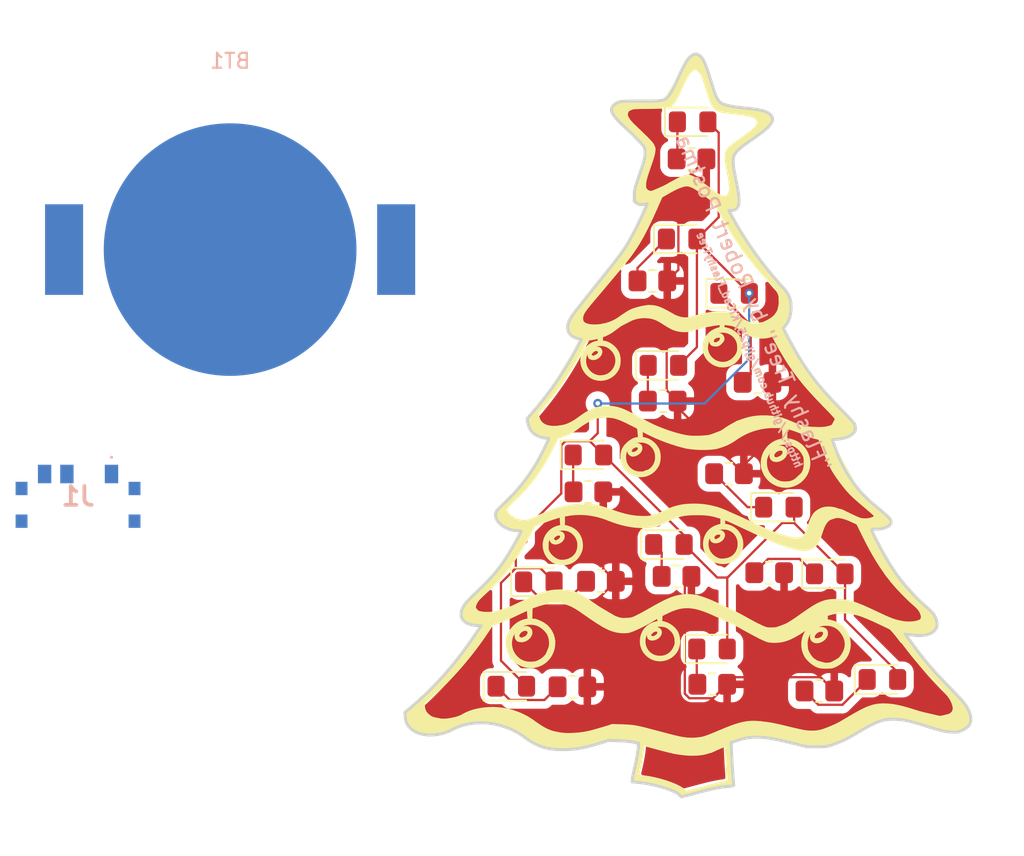
<source format=kicad_pcb>
(kicad_pcb (version 20211014) (generator pcbnew)
  (layers (0 "F.Cu" signal "Top") (31 "B.Cu" signal "Bottom") (34 "B.Paste" user) (35 "F.Paste" user) (36 "B.SilkS" user "B.Silkscreen") (37 "F.SilkS" user "F.Silkscreen") (38 "B.Mask" user) (39 "F.Mask" user) (44 "Edge.Cuts" user))
  (net 0 "")
  (net 1 "Net-(D1-Pad2)")
  (net 2 "Net-(D1-Pad1)")
  (net 3 "Net-(D2-Pad1)")
  (net 4 "Net-(D3-Pad1)")
  (net 5 "Net-(D4-Pad1)")
  (net 6 "Net-(D5-Pad1)")
  (net 7 "Net-(D6-Pad1)")
  (net 8 "Net-(D7-Pad1)")
  (net 9 "Net-(D8-Pad1)")
  (net 10 "Net-(D9-Pad1)")
  (net 11 "Net-(D10-Pad1)")
  (net 12 "Net-(D11-Pad1)")
  (net 13 "Net-(D12-Pad1)")
  (net 14 "GND")
  (net 15 "Net-(BT1-Pad1)")
  (footprint "LED_SMD:LED_0805_2012Metric_Pad1.15x1.40mm_HandSolder" (layer "F.Cu") (at 180.69306 81.25206)
    (fp_text reference "D1" hide)
    (fp_text value "LED")
  )
  (footprint "LED_SMD:LED_0805_2012Metric_Pad1.15x1.40mm_HandSolder" (layer "F.Cu") (at 179.95646 89.13622)
    (fp_text reference "D2" hide)
    (fp_text value "LED")
  )
  (footprint "LED_SMD:LED_0805_2012Metric_Pad1.15x1.40mm_HandSolder" (layer "F.Cu") (at 183.48452 92.79636)
    (fp_text reference "D3" hide)
    (fp_text value "LED")
  )
  (footprint "LED_SMD:LED_0805_2012Metric_Pad1.15x1.40mm_HandSolder" (layer "F.Cu") (at 178.7271 97.64268)
    (fp_text reference "D4" hide)
    (fp_text value "LED")
  )
  (footprint "LED_SMD:LED_0805_2012Metric_Pad1.15x1.40mm_HandSolder" (layer "F.Cu") (at 173.68266 103.67518)
    (fp_text reference "D5" hide)
    (fp_text value "LED")
  )
  (footprint "LED_SMD:LED_0805_2012Metric_Pad1.15x1.40mm_HandSolder" (layer "F.Cu") (at 186.49442 107.188)
    (fp_text reference "D6" hide)
    (fp_text value "LED")
  )
  (footprint "LED_SMD:LED_0805_2012Metric_Pad1.15x1.40mm_HandSolder" (layer "F.Cu") (at 179.09794 109.70006)
    (fp_text reference "D7" hide)
    (fp_text value "LED")
  )
  (footprint "LED_SMD:LED_0805_2012Metric_Pad1.15x1.40mm_HandSolder" (layer "F.Cu") (at 170.34764 112.2172)
    (fp_text reference "D8" hide)
    (fp_text value "LED")
  )
  (footprint "LED_SMD:LED_0805_2012Metric_Pad1.15x1.40mm_HandSolder" (layer "F.Cu") (at 181.99608 116.73332)
    (fp_text reference "D9" hide)
    (fp_text value "LED")
  )
  (footprint "LED_SMD:LED_0805_2012Metric_Pad1.15x1.40mm_HandSolder" (layer "F.Cu") (at 189.9195 111.67618)
    (fp_text reference "D10" hide)
    (fp_text value "LED")
  )
  (footprint "LED_SMD:LED_0805_2012Metric_Pad1.15x1.40mm_HandSolder" (layer "F.Cu") (at 168.49598 119.2403)
    (fp_text reference "D11" hide)
    (fp_text value "LED")
  )
  (footprint "LED_SMD:LED_0805_2012Metric_Pad1.15x1.40mm_HandSolder" (layer "F.Cu") (at 193.46026 118.78564)
    (fp_text reference "D12" hide)
    (fp_text value "LED")
  )
  (footprint "Resistor_SMD:R_0805_2012Metric_Pad1.20x1.40mm_HandSolder" (layer "F.Cu") (at 180.6194 83.74888)
    (fp_text reference "R1" hide)
    (fp_text value "1k")
  )
  (footprint "Resistor_SMD:R_0805_2012Metric_Pad1.20x1.40mm_HandSolder" (layer "F.Cu") (at 177.98542 91.95816)
    (fp_text reference "R2" hide)
    (fp_text value "1k")
  )
  (footprint "Resistor_SMD:R_0805_2012Metric_Pad1.20x1.40mm_HandSolder" (layer "F.Cu") (at 185.06186 98.78568)
    (fp_text reference "R3" hide)
    (fp_text value "1k")
  )
  (footprint "Resistor_SMD:R_0805_2012Metric_Pad1.20x1.40mm_HandSolder" (layer "F.Cu") (at 178.68138 100.04552)
    (fp_text reference "R4" hide)
    (fp_text value "1k")
  )
  (footprint "Resistor_SMD:R_0805_2012Metric_Pad1.20x1.40mm_HandSolder" (layer "F.Cu") (at 173.68266 106.15676)
    (fp_text reference "R5" hide)
    (fp_text value "1k")
  )
  (footprint "Resistor_SMD:R_0805_2012Metric_Pad1.20x1.40mm_HandSolder" (layer "F.Cu") (at 183.13908 104.93502)
    (fp_text reference "R6" hide)
    (fp_text value "1k")
  )
  (footprint "Resistor_SMD:R_0805_2012Metric_Pad1.20x1.40mm_HandSolder" (layer "F.Cu") (at 179.61102 111.84636)
    (fp_text reference "R7" hide)
    (fp_text value "1k")
  )
  (footprint "Resistor_SMD:R_0805_2012Metric_Pad1.20x1.40mm_HandSolder" (layer "F.Cu") (at 174.52416 112.17656)
    (fp_text reference "R8" hide)
    (fp_text value "1k")
  )
  (footprint "Resistor_SMD:R_0805_2012Metric_Pad1.20x1.40mm_HandSolder" (layer "F.Cu") (at 182.01132 119.11076)
    (fp_text reference "R9" hide)
    (fp_text value "1k")
  )
  (footprint "Resistor_SMD:R_0805_2012Metric_Pad1.20x1.40mm_HandSolder" (layer "F.Cu") (at 185.84418 111.59744)
    (fp_text reference "R10" hide)
    (fp_text value "1k")
  )
  (footprint "Resistor_SMD:R_0805_2012Metric_Pad1.20x1.40mm_HandSolder" (layer "F.Cu") (at 172.61002 119.2784)
    (fp_text reference "R11" hide)
    (fp_text value "1k")
  )
  (footprint "Resistor_SMD:R_0805_2012Metric_Pad1.20x1.40mm_HandSolder" (layer "F.Cu") (at 189.21984 119.56034)
    (fp_text reference "R12" hide)
    (fp_text value "1k")
  )
  (footprint "user-footprints:MK12C02" (layer "B.Cu") (at 139.35 107.03 180)
    (fp_text reference "J1")
    (fp_text value "MK-12C02" hide)
  )
  (footprint "user-footprints:CR2032_holder_ali" (layer "B.Cu") (at 149.58 89.85 180)
    (fp_text reference "BT1")
    (fp_text value "Battery_Cell")
  )
  (gr_poly (pts (xy 186.54014 93.87332) (xy 187.23864 94.30004) (xy 186.98718 94.87916) (xy 186.7916 95.2881) (xy 187.60694 96.66224) (xy 188.69152 98.36912) (xy 190.22314 100.09378) (xy 191.46266 101.42982) (xy 191.63792 101.78034) (xy 191.42456 102.30358) (xy 190.70574 102.51694) (xy 190.16472 102.65156) (xy 190.29934 103.35006) (xy 189.15634 102.59314) (xy 189.19444 101.87686) (xy 189.62116 101.83876) (xy 190.0682 101.72192) (xy 190.35776 101.17836) (xy 189.83452 100.65512) (xy 189.11824 99.91852) (xy 187.60694 98.13544) (xy 186.61888 96.56572) (xy 186.11342 95.61576) (xy 185.43524 95.7707) (xy 185.26252 94.89948) (xy 186.055 94.5134) (xy 186.54014 93.853)) (layer "F.SilkS") (width 0.1) (fill solid))
  (gr_curve (pts (xy 175.644013 97.872143) (xy 175.359017 98.454582) (xy 174.664531 98.731566) (xy 174.060585 98.503666)) (layer "F.SilkS") (width 0.2))
  (gr_curve (pts (xy 186.162364 103.50935) (xy 186.059282 103.636133) (xy 186.069799 103.84735) (xy 186.18144 103.89222)) (layer "F.SilkS") (width 0.2))
  (gr_poly (pts (xy 189.65926 114.86642) (xy 190.1317 114.90452) (xy 190.57112 115.1255) (xy 190.98514 115.52682) (xy 191.17056 115.97894) (xy 191.24676 116.39296) (xy 191.13246 116.95938) (xy 190.87592 117.45214) (xy 190.4492 117.74424) (xy 189.82436 117.94744) (xy 189.75578 117.73662) (xy 189.76086 117.74424) (xy 189.95898 117.69852) (xy 190.68034 117.30482) (xy 190.98514 116.8019) (xy 191.01562 116.18214) (xy 190.79972 115.59794) (xy 190.44412 115.316) (xy 189.90818 115.0874) (xy 189.35446 115.1128) (xy 189.20206 114.8969) (xy 189.18936 114.66576) (xy 189.53226 114.57178)) (layer "F.SilkS") (width 0.1) (fill solid))
  (gr_poly (pts (xy 189.46114 114.99088) (xy 188.55182 115.70462) (xy 188.30798 115.55222) (xy 189.31636 114.73688) (xy 189.31636 114.7318)) (layer "F.SilkS") (width 0.1) (fill solid))
  (gr_curve (pts (xy 177.804944 84.21877) (xy 177.536533 84.987184) (xy 177.465281 85.257748) (xy 177.462946 85.51745)) (layer "F.SilkS") (width 0.2))
  (gr_curve (pts (xy 196.905661 114.387624) (xy 197.542116 115.379451) (xy 196.816716 116.015449) (xy 195.330363 115.768765)) (layer "F.SilkS") (width 0.2))
  (gr_curve (pts (xy 182.509886 95.175549) (xy 182.607935 95.15457) (xy 182.619635 95.134634) (xy 182.619635 94.988545)) (layer "F.SilkS") (width 0.2))
  (gr_line (start 183.158393 97.414269) (end 183.158393 97.414269) (layer "F.SilkS") (width 0.2))
  (gr_curve (pts (xy 197.19062 119.042336) (xy 196.161261 117.971077) (xy 195.665982 117.397347) (xy 194.960423 116.458846)) (layer "F.SilkS") (width 0.2))
  (gr_curve (pts (xy 169.712577 108.977687) (xy 168.79499 110.720236) (xy 167.832139 111.980299) (xy 166.616487 113.029467)) (layer "F.SilkS") (width 0.2))
  (gr_curve (pts (xy 178.808412 94.834322) (xy 178.27784 94.490823) (xy 178.028756 94.395224) (xy 177.591215 94.367163)) (layer "F.SilkS") (width 0.2))
  (gr_curve (pts (xy 186.63873 115.27189) (xy 187.013267 115.141517) (xy 187.317389 114.959645) (xy 188.106996 114.393831)) (layer "F.SilkS") (width 0.2))
  (gr_curve (pts (xy 186.150114 104.015122) (xy 185.921807 103.922579) (xy 185.893846 103.625978) (xy 186.092146 103.40013)) (layer "F.SilkS") (width 0.2))
  (gr_curve (pts (xy 180.065511 126.216628) (xy 180.186233 126.295302) (xy 180.293984 126.359966) (xy 180.304959 126.360323)) (layer "F.SilkS") (width 0.2))
  (gr_curve (pts (xy 173.580443 93.011926) (xy 176.094977 89.884035) (xy 176.078327 89.906852) (xy 176.730705 88.695161)) (layer "F.SilkS") (width 0.2))
  (gr_curve (pts (xy 194.960423 116.458846) (xy 194.801314 116.247211) (xy 194.525257 115.908946) (xy 194.34696 115.707151)) (layer "F.SilkS") (width 0.2))
  (gr_curve (pts (xy 172.718499 108.966744) (xy 172.305529 108.556905) (xy 171.600862 108.562638) (xy 171.196364 108.979127)) (layer "F.SilkS") (width 0.2))
  (gr_curve (pts (xy 182.701066 109.26915) (xy 182.553894 109.510519) (xy 182.184112 109.603797) (xy 182.021012 109.440698)) (layer "F.SilkS") (width 0.2))
  (gr_curve (pts (xy 191.407147 108.09618) (xy 190.899211 107.859243) (xy 190.477423 107.767848) (xy 190.213879 107.837619)) (layer "F.SilkS") (width 0.2))
  (gr_curve (pts (xy 169.663133 114.414738) (xy 169.649507 114.214136) (xy 169.632994 114.043628) (xy 169.626427 114.035831)) (layer "F.SilkS") (width 0.2))
  (gr_curve (pts (xy 171.617599 109.475607) (xy 171.780625 109.391644) (xy 171.884355 109.268388) (xy 171.884355 109.158644)) (layer "F.SilkS") (width 0.2))
  (gr_line (start 175.708955 122.902046) (end 175.043901 122.878869) (layer "F.SilkS") (width 0.2))
  (gr_curve (pts (xy 186.781431 101.778342) (xy 186.771535 101.767362) (xy 186.517988 101.758736) (xy 186.218009 101.75916)) (layer "F.SilkS") (width 0.2))
  (gr_curve (pts (xy 197.846204 121.256901) (xy 198.249755 121.078453) (xy 198.359986 120.868043) (xy 198.248691 120.488617)) (layer "F.SilkS") (width 0.2))
  (gr_line (start 169.817805 114.353596) (end 169.806534 114.776895) (layer "F.SilkS") (width 0.2))
  (gr_curve (pts (xy 172.995179 95.841849) (xy 172.216486 95.656876) (xy 172.069045 95.043824) (xy 172.613843 94.256303)) (layer "F.SilkS") (width 0.2))
  (gr_line (start 188.386354 123.306745) (end 187.308835 123.039921) (layer "F.SilkS") (width 0.2))
  (gr_curve (pts (xy 168.983651 116.144968) (xy 168.869009 116.09878) (xy 168.811433 115.984771) (xy 168.811433 115.803954)) (layer "F.SilkS") (width 0.2))
  (gr_curve (pts (xy 176.536442 103.511485) (xy 176.622824 103.597863) (xy 176.777986 103.589981) (xy 176.938006 103.491085)) (layer "F.SilkS") (width 0.2))
  (gr_curve (pts (xy 182.759311 125.7514) (xy 183.060018 125.700635) (xy 183.078094 125.691866) (xy 183.070289 125.600596)) (layer "F.SilkS") (width 0.2))
  (gr_curve (pts (xy 171.784586 112.825616) (xy 172.603919 112.823235) (xy 172.964048 112.972952) (xy 174.119209 113.796597)) (layer "F.SilkS") (width 0.2))
  (gr_line (start 182.223919 86.673118) (end 181.595583 86.198684) (layer "F.SilkS") (width 0.2))
  (gr_line (start 172.004082 108.101512) (end 172.004082 108.47019) (layer "F.SilkS") (width 0.2))
  (gr_line (start 194.022782 115.340251) (end 193.399513 115.04115) (layer "F.SilkS") (width 0.2))
  (gr_line (start 182.659542 108.140482) (end 182.659542 107.887363) (layer "F.SilkS") (width 0.2))
  (gr_curve (pts (xy 185.723399 103.646404) (xy 185.611501 103.873699) (xy 185.593957 103.950654) (xy 185.594724 104.2108)) (layer "F.SilkS") (width 0.2))
  (gr_curve (pts (xy 186.587499 93.33777) (xy 186.591971 92.799328) (xy 186.5379 92.692999) (xy 185.919363 92.024151)) (layer "F.SilkS") (width 0.2))
  (gr_line (start 177.088112 102.145642) (end 177.052436 101.842183) (layer "F.SilkS") (width 0.2))
  (gr_line (start 178.557224 114.693138) (end 178.545477 114.937182) (layer "F.SilkS") (width 0.2))
  (gr_curve (pts (xy 181.97802 95.623027) (xy 181.698268 95.868652) (xy 181.560174 96.332454) (xy 181.658298 96.696852)) (layer "F.SilkS") (width 0.2))
  (gr_curve (pts (xy 182.674115 108.884879) (xy 182.799142 108.983228) (xy 182.807008 109.095398) (xy 182.701066 109.26915)) (layer "F.SilkS") (width 0.2))
  (gr_poly (pts (xy 182.6895 95.13316) (xy 182.91048 95.31096) (xy 182.35422 95.377) (xy 182.5879 95.07728) (xy 182.55488 95.05442)) (layer "F.SilkS") (width 0.1) (fill solid))
  (gr_curve (pts (xy 171.647585 113.565603) (xy 171.225344 113.536501) (xy 170.736873 113.615673) (xy 170.208203 113.798897)) (layer "F.SilkS") (width 0.2))
  (gr_curve (pts (xy 176.938064 103.491085) (xy 177.08249 103.401823) (xy 177.148778 103.24216) (xy 177.084236 103.139007)) (layer "F.SilkS") (width 0.2))
  (gr_curve (pts (xy 178.268384 103.813644) (xy 178.267326 103.192654) (xy 177.811679 102.736906) (xy 177.192133 102.736906)) (layer "F.SilkS") (width 0.2))
  (gr_curve (pts (xy 185.250951 121.69167) (xy 185.858829 121.750534) (xy 186.317778 121.838564) (xy 187.130932 122.052263)) (layer "F.SilkS") (width 0.2))
  (gr_curve (pts (xy 182.440046 122.328062) (xy 183.872329 121.716099) (xy 184.360903 121.605479) (xy 185.250951 121.69167)) (layer "F.SilkS") (width 0.2))
  (gr_curve (pts (xy 173.42676 97.333401) (xy 173.424378 97.95473) (xy 173.981649 98.468312) (xy 174.591075 98.406354)) (layer "F.SilkS") (width 0.2))
  (gr_curve (pts (xy 173.121052 101.163987) (xy 173.798904 100.653368) (xy 174.321898 100.454068) (xy 174.973792 100.457955)) (layer "F.SilkS") (width 0.2))
  (gr_curve (pts (xy 179.807751 126.55593) (xy 179.54117 126.239117) (xy 178.016183 125.781425) (xy 176.942708 125.696049)) (layer "F.SilkS") (width 0.2))
  (gr_curve (pts (xy 181.595583 86.198684) (xy 180.882055 85.659923) (xy 180.578239 85.495908) (xy 180.293701 85.495861)) (layer "F.SilkS") (width 0.2))
  (gr_line (start 182.659542 108.393598) (end 182.659542 108.140482) (layer "F.SilkS") (width 0.2))
  (gr_curve (pts (xy 190.105424 102.692306) (xy 190.120187 102.727381) (xy 190.220724 102.998521) (xy 190.328817 103.294839)) (layer "F.SilkS") (width 0.2))
  (gr_curve (pts (xy 190.684562 100.601044) (xy 191.13828 101.061982) (xy 191.538608 101.496587) (xy 191.574181 101.566831)) (layer "F.SilkS") (width 0.2))
  (gr_line (start 182.421398 96.130661) (end 182.421398 96.130661) (layer "F.SilkS") (width 0.2))
  (gr_line (start 177.052446 123.073462) (end 176.713229 122.999347) (layer "F.SilkS") (width 0.2))
  (gr_curve (pts (xy 185.919363 92.024151) (xy 184.468848 90.455643) (xy 183.487979 89.068989) (xy 182.487113 87.171969)) (layer "F.SilkS") (width 0.2))
  (gr_poly (pts (xy 175.84928 100.61194) (xy 177.24628 101.2952) (xy 178.71694 102.00894) (xy 179.99964 102.39502) (xy 181.483 102.5017) (xy 182.64886 102.0699) (xy 183.68264 101.41966) (xy 184.56148 101.16312) (xy 185.6613 101.11486) (xy 187.08624 101.38156) (xy 188.00318 101.8413) (xy 189.33414 101.8794) (xy 189.42812 102.60584) (xy 187.89904 101.98608) (xy 186.91606 101.7651) (xy 185.71972 101.7651) (xy 184.40654 102.11816) (xy 182.97652 102.98176) (xy 181.81828 103.23576) (xy 180.5051 103.21544) (xy 179.42814 102.89032) (xy 178.38928 102.49408) (xy 177.3301 101.98608) (xy 176.05502 101.29774) (xy 175.11522 101.00564) (xy 174.07636 101.1428) (xy 173.0375 101.80828) (xy 171.68368 102.45598) (xy 171.68368 101.80828) (xy 172.25264 101.6508) (xy 172.24248 101.6508) (xy 172.76572 101.3968) (xy 173.72584 100.78466) (xy 174.80026 100.44176)) (layer "F.SilkS") (width 0.1) (fill solid))
  (gr_curve (pts (xy 175.518484 97.71396) (xy 175.681103 97.283354) (xy 175.573288 96.843432) (xy 175.226879 96.524124)) (layer "F.SilkS") (width 0.2))
  (gr_curve (pts (xy 182.446388 123.387512) (xy 182.179503 123.502256) (xy 181.846967 123.635387) (xy 181.707418 123.68335)) (layer "F.SilkS") (width 0.2))
  (gr_curve (pts (xy 173.88864 97.04696) (xy 173.995577 97.121861) (xy 173.965629 97.121986) (xy 174.155938 97.045849)) (layer "F.SilkS") (width 0.2))
  (gr_curve (pts (xy 171.413299 109.100996) (xy 171.258999 109.23083) (xy 171.230614 109.345659) (xy 171.328606 109.443648)) (layer "F.SilkS") (width 0.2))
  (gr_curve (pts (xy 161.832435 120.575215) (xy 163.363838 119.28022) (xy 164.729195 117.728708) (xy 166.028061 115.807553)) (layer "F.SilkS") (width 0.2))
  (gr_line (start 179.029104 86.007363) (end 178.571356 86.274037) (layer "F.SilkS") (width 0.2))
  (gr_line (start 178.269651 115.869989) (end 178.269651 115.869989) (layer "F.SilkS") (width 0.2))
  (gr_curve (pts (xy 176.115879 103.813644) (xy 176.114821 104.432875) (xy 176.57146 104.889411) (xy 177.192133 104.889411)) (layer "F.SilkS") (width 0.2))
  (gr_curve (pts (xy 175.675626 95.019187) (xy 175.252808 95.35515) (xy 175.05078 95.485773) (xy 174.787671 95.5933)) (layer "F.SilkS") (width 0.2))
  (gr_curve (pts (xy 182.652557 109.055112) (xy 182.640915 108.953504) (xy 182.622678 108.940598) (xy 182.47545 108.929832)) (layer "F.SilkS") (width 0.2))
  (gr_curve (pts (xy 161.752756 122.108476) (xy 161.495583 121.877254) (xy 161.388346 121.651837) (xy 161.360527 121.283997)) (layer "F.SilkS") (width 0.2))
  (gr_curve (pts (xy 176.003283 90.856179) (xy 174.655821 92.46443) (xy 174.241626 92.956017) (xy 173.87548 93.381567)) (layer "F.SilkS") (width 0.2))
  (gr_curve (pts (xy 179.498546 116.629759) (xy 179.580905 116.449866) (xy 179.593629 116.372824) (xy 179.577678 116.150619)) (layer "F.SilkS") (width 0.2))
  (gr_curve (pts (xy 171.964164 123.500021) (xy 170.866852 123.499227) (xy 170.207854 123.285856) (xy 169.384793 122.665088)) (layer "F.SilkS") (width 0.2))
  (gr_curve (pts (xy 187.010536 105.556439) (xy 187.260565 105.546015) (xy 187.352965 105.521469) (xy 187.562306 105.409892)) (layer "F.SilkS") (width 0.2))
  (gr_line (start 182.955629 123.642896) (end 182.931632 123.178883) (layer "F.SilkS") (width 0.2))
  (gr_curve (pts (xy 180.923539 107.629082) (xy 180.063871 107.632919) (xy 179.697195 107.720157) (xy 178.92862 108.103771)) (layer "F.SilkS") (width 0.2))
  (gr_line (start 189.683365 114.431444) (end 189.683365 114.624643) (layer "F.SilkS") (width 0.2))
  (gr_line (start 170.385445 117.561415) (end 170.385445 117.561415) (layer "F.SilkS") (width 0.2))
  (gr_curve (pts (xy 173.917713 96.718101) (xy 173.777237 96.858577) (xy 173.768051 96.962495) (xy 173.88864 97.04696)) (layer "F.SilkS") (width 0.2))
  (gr_curve (pts (xy 188.106996 114.393831) (xy 189.179509 113.625295) (xy 189.572148 113.46328) (xy 190.361805 113.463418)) (layer "F.SilkS") (width 0.2))
  (gr_curve (pts (xy 177.351764 108.496392) (xy 176.626184 108.495863) (xy 175.85723 108.332165) (xy 175.044809 108.005685)) (layer "F.SilkS") (width 0.2))
  (gr_line (start 186.840549 102.641802) (end 186.819991 102.220051) (layer "F.SilkS") (width 0.2))
  (gr_line (start 182.021012 109.440698) (end 182.021012 109.440698) (layer "F.SilkS") (width 0.2))
  (gr_curve (pts (xy 181.663933 79.017637) (xy 181.554769 78.659377) (xy 181.430597 78.284938) (xy 181.387994 78.18555)) (layer "F.SilkS") (width 0.2))
  (gr_line (start 189.683365 114.624643) (end 189.683365 114.817842) (layer "F.SilkS") (width 0.2))
  (gr_curve (pts (xy 184.976282 94.854278) (xy 185.381441 94.854278) (xy 185.40864 94.848698) (xy 185.694626 94.706933)) (layer "F.SilkS") (width 0.2))
  (gr_curve (pts (xy 191.018175 116.284927) (xy 190.962444 115.838295) (xy 190.659858 115.403031) (xy 190.262033 115.197236)) (layer "F.SilkS") (width 0.2))
  (gr_curve (pts (xy 180.825051 95.178806) (xy 180.381402 95.307717) (xy 180.292746 95.321124) (xy 180.006935 95.302514)) (layer "F.SilkS") (width 0.2))
  (gr_curve (pts (xy 178.549009 117.288005) (xy 178.711524 117.279618) (xy 178.870039 117.243164) (xy 178.973409 117.190379)) (layer "F.SilkS") (width 0.2))
  (gr_poly (pts (xy 188.5569 115.62842) (xy 188.3537 116.03736) (xy 188.4045 116.85016) (xy 188.84392 117.50548) (xy 189.821325 117.76629) (xy 189.84468 117.96014) (xy 189.34176 117.98046) (xy 188.77534 117.66804) (xy 188.3156 117.3099) (xy 188.14288 116.8527) (xy 188.087 116.26088) (xy 188.36132 115.49634)) (layer "F.SilkS") (width 0.1) (fill solid))
  (gr_curve (pts (xy 172.613843 94.256303) (xy 172.728434 94.090661) (xy 173.163404 93.530692) (xy 173.580443 93.011926)) (layer "F.SilkS") (width 0.2))
  (gr_line (start 174.657969 94.934218) (end 174.657969 94.934218) (layer "F.SilkS") (width 0.2))
  (gr_curve (pts (xy 169.948801 121.6084) (xy 170.72472 122.169243) (xy 171.042022 122.320979) (xy 171.666759 122.429924)) (layer "F.SilkS") (width 0.2))
  (gr_curve (pts (xy 188.945064 116.236778) (xy 188.664436 116.167569) (xy 188.598806 115.847867) (xy 188.814741 115.601932)) (layer "F.SilkS") (width 0.2))
  (gr_poly (pts (xy 176.48682 81.23936) (xy 177.65268 82.36966) (xy 177.28184 82.7405) (xy 176.04232 81.51114) (xy 176.48682 81.22666)) (layer "F.SilkS") (width 0.1) (fill solid))
  (gr_curve (pts (xy 169.726614 101.033699) (xy 171.059739 99.513053) (xy 172.029659 98.112359) (xy 172.915402 96.428661)) (layer "F.SilkS") (width 0.2))
  (gr_curve (pts (xy 196.123603 114.726947) (xy 196.219522 114.476981) (xy 196.015452 114.053883) (xy 195.662394 113.770716)) (layer "F.SilkS") (width 0.2))
  (gr_curve (pts (xy 190.329835 117.830224) (xy 190.081979 117.952244) (xy 190.037365 117.960888) (xy 189.664252 117.959153)) (layer "F.SilkS") (width 0.2))
  (gr_curve (pts (xy 181.658298 96.696852) (xy 181.830475 97.336266) (xy 182.568843 97.689389) (xy 183.158393 97.414269)) (layer "F.SilkS") (width 0.2))
  (gr_curve (pts (xy 171.245825 109.520504) (xy 171.121408 109.396084) (xy 171.143474 109.226438) (xy 171.3051 109.064809)) (layer "F.SilkS") (width 0.2))
  (gr_line (start 174.787671 95.5933) (end 174.558198 95.68708) (layer "F.SilkS") (width 0.2))
  (gr_curve (pts (xy 177.232154 79.847959) (xy 178.596441 79.84706) (xy 178.660856 79.839778) (xy 178.923022 79.657031)) (layer "F.SilkS") (width 0.2))
  (gr_line (start 176.63342 125.671443) (end 176.63342 125.530653) (layer "F.SilkS") (width 0.2))
  (gr_curve (pts (xy 185.594724 104.2108) (xy 185.596047 104.691632) (xy 185.821099 105.098247) (xy 186.231317 105.361439)) (layer "F.SilkS") (width 0.2))
  (gr_curve (pts (xy 188.307688 117.201119) (xy 187.770076 116.283755) (xy 188.333617 115.051469) (xy 189.371136 114.87564)) (layer "F.SilkS") (width 0.2))
  (gr_line (start 187.562306 105.409892) (end 187.562306 105.409892) (layer "F.SilkS") (width 0.2))
  (gr_curve (pts (xy 182.060919 109.24271) (xy 182.060919 109.42309) (xy 182.216537 109.486087) (xy 182.412191 109.38491)) (layer "F.SilkS") (width 0.2))
  (gr_line (start 172.915402 96.428661) (end 173.198678 95.890188) (layer "F.SilkS") (width 0.2))
  (gr_curve (pts (xy 191.082096 107.648452) (xy 191.718451 107.953924) (xy 191.99244 108.042711) (xy 192.300981 108.04343)) (layer "F.SilkS") (width 0.2))
  (gr_curve (pts (xy 183.752181 86.933235) (xy 183.675897 87.123889) (xy 183.532085 87.211866) (xy 183.296722 87.211866)) (layer "F.SilkS") (width 0.2))
  (gr_line (start 179.807749 126.55581) (end 179.807751 126.55593) (layer "F.SilkS") (width 0.2))
  (gr_curve (pts (xy 176.534326 103.293534) (xy 176.45984 103.437571) (xy 176.459811 103.434795) (xy 176.536442 103.511485)) (layer "F.SilkS") (width 0.2))
  (gr_line (start 178.369407 114.556272) (end 177.930417 114.817638) (layer "F.SilkS") (width 0.2))
  (gr_curve (pts (xy 171.196364 108.979127) (xy 170.96375 109.218643) (xy 170.906608 109.373242) (xy 170.906608 109.763071)) (layer "F.SilkS") (width 0.2))
  (gr_curve (pts (xy 170.022146 117.899537) (xy 169.1222 118.024552) (xy 168.300761 117.372428) (xy 168.225365 116.47311)) (layer "F.SilkS") (width 0.2))
  (gr_curve (pts (xy 185.450643 104.683973) (xy 185.169515 103.809665) (xy 185.717036 102.877464) (xy 186.623334 102.687366)) (layer "F.SilkS") (width 0.2))
  (gr_curve (pts (xy 168.962534 115.505856) (xy 169.245633 115.22276) (xy 169.674795 115.20825) (xy 169.788193 115.47794)) (layer "F.SilkS") (width 0.2))
  (gr_curve (pts (xy 180.919687 77.69044) (xy 180.625396 77.635231) (xy 180.369438 77.951479) (xy 179.947965 78.891039)) (layer "F.SilkS") (width 0.2))
  (gr_curve (pts (xy 177.490718 83.37572) (xy 177.491512 83.039474) (xy 177.487913 83.026236) (xy 177.333637 82.802088)) (layer "F.SilkS") (width 0.2))
  (gr_curve (pts (xy 182.539818 94.100827) (xy 183.145608 94.09493) (xy 183.480444 94.193111) (xy 183.902359 94.50035)) (layer "F.SilkS") (width 0.2))
  (gr_line (start 183.021148 94.849052) (end 182.739359 94.822861) (layer "F.SilkS") (width 0.2))
  (gr_curve (pts (xy 186.819991 102.220051) (xy 186.808694 101.988085) (xy 186.791334 101.789317) (xy 186.781431 101.778342)) (layer "F.SilkS") (width 0.2))
  (gr_curve (pts (xy 189.344148 107.339707) (xy 189.584853 107.227296) (xy 189.959016 107.214578) (xy 190.284721 107.307743)) (layer "F.SilkS") (width 0.2))
  (gr_line (start 172.004082 107.732833) (end 172.004082 108.101512) (layer "F.SilkS") (width 0.2))
  (gr_curve (pts (xy 182.062102 95.869724) (xy 181.925511 96.124948) (xy 182.13635 96.278067) (xy 182.421398 96.130661)) (layer "F.SilkS") (width 0.2))
  (gr_curve (pts (xy 190.089694 117.700742) (xy 190.633294 117.548196) (xy 191.089081 116.853176) (xy 191.018175 116.284927)) (layer "F.SilkS") (width 0.2))
  (gr_curve (pts (xy 169.019854 116.003305) (xy 169.130296 116.080661) (xy 169.202654 116.081317) (xy 169.381539 116.006559)) (layer "F.SilkS") (width 0.2))
  (gr_curve (pts (xy 174.737802 101.06979) (xy 174.401768 101.084395) (xy 174.235996 101.112253) (xy 174.03115 101.188567)) (layer "F.SilkS") (width 0.2))
  (gr_curve (pts (xy 168.811433 115.803954) (xy 168.811433 115.687053) (xy 168.842368 115.626025) (xy 168.962534 115.505856)) (layer "F.SilkS") (width 0.2))
  (gr_curve (pts (xy 171.002385 116.951241) (xy 171.175687 116.611537) (xy 171.175724 116.078113) (xy 171.002475 115.738504)) (layer "F.SilkS") (width 0.2))
  (gr_curve (pts (xy 180.64742 76.771958) (xy 180.847074 76.654954) (xy 180.954376 76.651611) (xy 181.125027 76.757078)) (layer "F.SilkS") (width 0.2))
  (gr_curve (pts (xy 183.070289 125.600596) (xy 183.058383 125.461483) (xy 182.983879 124.189295) (xy 182.955629 123.642896)) (layer "F.SilkS") (width 0.2))
  (gr_curve (pts (xy 186.969616 103.492993) (xy 186.969616 103.842836) (xy 186.485709 104.15115) (xy 186.150114 104.015122)) (layer "F.SilkS") (width 0.2))
  (gr_curve (pts (xy 169.381539 116.006572) (xy 169.68033 115.881731) (xy 169.790193 115.54488) (xy 169.566851 115.438401)) (layer "F.SilkS") (width 0.2))
  (gr_curve (pts (xy 186.218009 101.75916) (xy 185.207985 101.760483) (xy 184.334289 102.040616) (xy 183.523407 102.622789)) (layer "F.SilkS") (width 0.2))
  (gr_curve (pts (xy 163.048601 119.974619) (xy 162.617082 120.355863) (xy 162.585772 120.393396) (xy 162.585979 120.529146)) (layer "F.SilkS") (width 0.2))
  (gr_line (start 174.937859 98.328631) (end 174.937859 98.328631) (layer "F.SilkS") (width 0.2))
  (gr_curve (pts (xy 167.364094 114.31158) (xy 167.829504 114.238049) (xy 168.17905 114.107655) (xy 169.127026 113.653934)) (layer "F.SilkS") (width 0.2))
  (gr_curve (pts (xy 182.421398 96.130661) (xy 182.577132 96.050129) (xy 182.676923 95.859254) (xy 182.619442 95.75185)) (layer "F.SilkS") (width 0.2))
  (gr_curve (pts (xy 183.017338 83.223766) (xy 183.116806 83.028796) (xy 183.272674 82.896471) (xy 184.047716 82.349034)) (layer "F.SilkS") (width 0.2))
  (gr_curve (pts (xy 181.593554 95.847056) (xy 181.767417 95.506604) (xy 182.099284 95.263403) (xy 182.509886 95.175549)) (layer "F.SilkS") (width 0.2))
  (gr_curve (pts (xy 175.704754 79.924413) (xy 175.911459 79.856593) (xy 176.068458 79.848734) (xy 177.232154 79.847959)) (layer "F.SilkS") (width 0.2))
  (gr_curve (pts (xy 176.453816 101.537608) (xy 175.661407 101.134433) (xy 175.329934 101.04407) (xy 174.737802 101.06979)) (layer "F.SilkS") (width 0.2))
  (gr_line (start 181.976946 96.187042) (end 181.976946 96.187042) (layer "F.SilkS") (width 0.2))
  (gr_curve (pts (xy 162.585979 120.529146) (xy 162.586773 121.041821) (xy 162.93565 121.38646) (xy 163.564771 121.496016)) (layer "F.SilkS") (width 0.2))
  (gr_curve (pts (xy 180.006935 95.302514) (xy 179.591523 95.275465) (xy 179.335044 95.175273) (xy 178.808412 94.834322)) (layer "F.SilkS") (width 0.2))
  (gr_curve (pts (xy 176.547095 93.970864) (xy 176.865605 93.826708) (xy 177.487754 93.676911) (xy 177.765191 93.677579)) (layer "F.SilkS") (width 0.2))
  (gr_curve (pts (xy 184.689841 108.301113) (xy 186.066611 108.941051) (xy 186.754144 109.195119) (xy 187.488403 109.33528)) (layer "F.SilkS") (width 0.2))
  (gr_line (start 169.829077 113.930294) (end 169.817805 114.353596) (layer "F.SilkS") (width 0.2))
  (gr_curve (pts (xy 188.853277 116.057449) (xy 188.911348 116.11552) (xy 189.121287 116.119814) (xy 189.263263 116.065836)) (layer "F.SilkS") (width 0.2))
  (gr_curve (pts (xy 189.503576 103.254932) (xy 189.377089 102.914714) (xy 189.257407 102.615788) (xy 189.237614 102.590647)) (layer "F.SilkS") (width 0.2))
  (gr_curve (pts (xy 184.315842 80.329551) (xy 185.340888 80.432567) (xy 185.723788 80.536969) (xy 185.936682 80.771498)) (layer "F.SilkS") (width 0.2))
  (gr_curve (pts (xy 189.682307 115.789767) (xy 189.599998 116.076753) (xy 189.223017 116.305329) (xy 188.945064 116.236778)) (layer "F.SilkS") (width 0.2))
  (gr_poly (pts (xy 183.31434 123.05284) (xy 183.41594 125.87732) (xy 182.45328 126.06274) (xy 182.26532 125.8443) (xy 182.72252 125.80874) (xy 183.11114 125.55728) (xy 182.92572 123.17222) (xy 183.31434 123.00204)) (layer "F.SilkS") (width 0.1) (fill solid))
  (gr_curve (pts (xy 188.526832 108.460549) (xy 188.767716 107.743538) (xy 188.916584 107.539386) (xy 189.344148 107.339707)) (layer "F.SilkS") (width 0.2))
  (gr_curve (pts (xy 179.630041 78.486008) (xy 180.157284 77.292563) (xy 180.369681 76.934724) (xy 180.64742 76.771958)) (layer "F.SilkS") (width 0.2))
  (gr_curve (pts (xy 174.272291 96.087846) (xy 174.430081 96.062616) (xy 174.431705 96.060597) (xy 174.409618 95.917237)) (layer "F.SilkS") (width 0.2))
  (gr_curve (pts (xy 175.209708 107.428869) (xy 176.050903 107.743049) (xy 176.715679 107.882627) (xy 177.3717 107.882802)) (layer "F.SilkS") (width 0.2))
  (gr_curve (pts (xy 177.091586 124.82466) (xy 177.037664 125.063301) (xy 177.000879 125.265884) (xy 177.00984 125.274846)) (layer "F.SilkS") (width 0.2))
  (gr_curve (pts (xy 176.997209 101.16684) (xy 177.334886 101.355662) (xy 177.772795 101.586199) (xy 177.970341 101.679139)) (layer "F.SilkS") (width 0.2))
  (gr_curve (pts (xy 192.300981 108.04343) (xy 192.524224 108.043959) (xy 192.820726 107.967431) (xy 192.952142 107.875383)) (layer "F.SilkS") (width 0.2))
  (gr_curve (pts (xy 170.335788 115.115553) (xy 170.011978 114.965371) (xy 169.566393 114.965371) (xy 169.242585 115.115553)) (layer "F.SilkS") (width 0.2))
  (gr_curve (pts (xy 186.137218 116.218636) (xy 185.757456 116.205221) (xy 185.74568 116.201782) (xy 185.235573 115.954015)) (layer "F.SilkS") (width 0.2))
  (gr_curve (pts (xy 182.759311 108.587427) (xy 182.442475 108.58531) (xy 182.245387 108.658044) (xy 182.028299 108.85732)) (layer "F.SilkS") (width 0.2))
  (gr_curve (pts (xy 171.666759 122.429924) (xy 172.53763 122.581789) (xy 173.60557 122.447783) (xy 174.857497 122.029572)) (layer "F.SilkS") (width 0.2))
  (gr_curve (pts (xy 195.662394 113.770716) (xy 195.273748 113.459005) (xy 194.482015 112.649276) (xy 194.097778 112.170529)) (layer "F.SilkS") (width 0.2))
  (gr_curve (pts (xy 196.387927 121.913182) (xy 195.224099 121.539749) (xy 194.762842 121.446147) (xy 194.10711 121.450346)) (layer "F.SilkS") (width 0.2))
  (gr_curve (pts (xy 186.530336 103.868969) (xy 186.712171 103.796211) (xy 186.849892 103.629926) (xy 186.849892 103.483129)) (layer "F.SilkS") (width 0.2))
  (gr_curve (pts (xy 183.492903 83.480459) (xy 183.383492 83.718922) (xy 183.398391 84.135424) (xy 183.540724 84.817381)) (layer "F.SilkS") (width 0.2))
  (gr_curve (pts (xy 185.806013 81.564256) (xy 185.609459 81.779315) (xy 185.228247 82.071067) (xy 184.395656 82.643637)) (layer "F.SilkS") (width 0.2))
  (gr_curve (pts (xy 182.350255 94.852473) (xy 181.960608 94.892176) (xy 181.395019 95.013189) (xy 180.825051 95.178806)) (layer "F.SilkS") (width 0.2))
  (gr_curve (pts (xy 173.399648 114.313731) (xy 172.619841 113.761048) (xy 172.261175 113.607899) (xy 171.647585 113.565603)) (layer "F.SilkS") (width 0.2))
  (gr_poly (pts (xy 182.8546 108.39196) (xy 182.8546 108.63072) (xy 182.54726 108.63072) (xy 182.50154 108.4834) (xy 182.7403 108.36148)) (layer "F.SilkS") (width 0.1) (fill solid))
  (gr_poly (pts (xy 186.69508 102.72522) (xy 186.7154 102.89032) (xy 186.04738 103.2129) (xy 185.58002 103.8479) (xy 185.6359 104.62768) (xy 185.98134 105.17378) (xy 186.4487 105.46334) (xy 187.05068 105.56494) (xy 187.79744 105.28554) (xy 187.84062 105.49636) (xy 187.452 105.68686) (xy 186.67222 105.73004) (xy 186.10326 105.49636) (xy 185.58002 105.01884) (xy 185.3692 104.42702) (xy 185.3692 103.88092) (xy 185.547 103.41356) (xy 185.89244 103.06812) (xy 186.68238 102.71252)) (layer "F.SilkS") (width 0.1) (fill solid))
  (gr_curve (pts (xy 171.95162 109.302339) (xy 171.823165 109.571711) (xy 171.421265 109.695941) (xy 171.245825 109.520504)) (layer "F.SilkS") (width 0.2))
  (gr_curve (pts (xy 170.026085 108.433865) (xy 170.002723 108.449846) (xy 169.861657 108.694575) (xy 169.712577 108.977687)) (layer "F.SilkS") (width 0.2))
  (gr_curve (pts (xy 189.531336 114.548869) (xy 189.489905 114.548869) (xy 188.9806 114.88811) (xy 188.286593 115.377983)) (layer "F.SilkS") (width 0.2))
  (gr_poly (pts (xy 181.98084 109.01426) (xy 181.59476 109.46384) (xy 181.53126 109.30382) (xy 181.98084 108.7247) (xy 181.91734 108.82122) (xy 182.23738 108.69168)) (layer "F.SilkS") (width 0.1) (fill solid))
  (gr_curve (pts (xy 176.63342 125.530653) (xy 176.63342 125.453223) (xy 176.703524 125.1012) (xy 176.78921 124.748383)) (layer "F.SilkS") (width 0.2))
  (gr_curve (pts (xy 188.067089 102.174579) (xy 187.667714 101.999465) (xy 187.023448 101.791013) (xy 186.988774 101.825689)) (layer "F.SilkS") (width 0.2))
  (gr_curve (pts (xy 187.296686 93.425051) (xy 187.377299 93.978143) (xy 187.223764 94.645394) (xy 186.94484 94.954128)) (layer "F.SilkS") (width 0.2))
  (gr_curve (pts (xy 169.152831 108.830791) (xy 169.168864 108.789024) (xy 169.114744 108.774987) (xy 168.916595 108.769529)) (layer "F.SilkS") (width 0.2))
  (gr_curve (pts (xy 170.343813 107.820992) (xy 171.360993 107.32833) (xy 172.178844 107.100923) (xy 173.085434 107.058672)) (layer "F.SilkS") (width 0.2))
  (gr_poly (pts (xy 172.17898 108.61294) (xy 172.14342 108.58754) (xy 172.19676 108.60278) (xy 172.1231 108.66882) (xy 171.78782 108.6104) (xy 171.79036 108.52912) (xy 171.95292 108.46054)) (layer "F.SilkS") (width 0.1) (fill solid))
  (gr_poly (pts (xy 181.88686 107.12958) (xy 183.85028 107.84586) (xy 185.89752 108.83392) (xy 187.47232 109.30636) (xy 187.91936 109.2581) (xy 188.2267 109.16412) (xy 188.81344 107.9881) (xy 189.30874 107.33024) (xy 190.1317 107.25912) (xy 190.72098 107.37596) (xy 191.4017 107.70616) (xy 192.2018 108.08208) (xy 192.6717 107.96524) (xy 193.28384 108.6231) (xy 192.10782 108.83392) (xy 191.84874 108.2929) (xy 191.37884 108.08208) (xy 190.55588 107.80014) (xy 189.6618 108.08208) (xy 189.28588 109.16412) (xy 188.83884 109.84738) (xy 188.0616 109.98708) (xy 186.55538 109.63402) (xy 184.2262 108.55198) (xy 183.00446 108.03636) (xy 181.92242 107.70616) (xy 181.0512 107.61218) (xy 179.82946 107.6833) (xy 178.44008 108.3183) (xy 177.2412 108.50626) (xy 176.08804 108.34116) (xy 175.14824 108.03636) (xy 173.97222 107.63504) (xy 172.74794 107.54106) (xy 170.79468 108.13034) (xy 170.8658 107.56392) (xy 170.86834 107.57916) (xy 172.67174 107.05084) (xy 174.20082 107.05084) (xy 175.2219 107.46232) (xy 176.51476 107.81538) (xy 177.7111 107.85348) (xy 179.47386 107.26674) (xy 180.6702 107.03052)) (layer "F.SilkS") (width 0.1) (fill solid))
  (gr_line (start 178.571356 86.274037) (end 178.229681 87.052245) (layer "F.SilkS") (width 0.2))
  (gr_line (start 177.240266 102.266242) (end 177.251987 102.554593) (layer "F.SilkS") (width 0.2))
  (gr_line (start 178.89887 114.284889) (end 178.568972 114.449097) (layer "F.SilkS") (width 0.2))
  (gr_line (start 192.179617 109.058438) (end 191.794008 108.276642) (layer "F.SilkS") (width 0.2))
  (gr_curve (pts (xy 187.069763 109.794922) (xy 186.474546 109.611187) (xy 185.982378 109.405971) (xy 184.834534 108.862908)) (layer "F.SilkS") (width 0.2))
  (gr_curve (pts (xy 195.330363 115.768765) (xy 195.154764 115.739624) (xy 195.008759 115.718129) (xy 195.005905 115.720994)) (layer "F.SilkS") (width 0.2))
  (gr_curve (pts (xy 190.382464 101.309122) (xy 190.360794 101.193581) (xy 190.204325 101.012902) (xy 189.530764 100.325597)) (layer "F.SilkS") (width 0.2))
  (gr_line (start 182.739359 95.142118) (end 182.999518 95.206319) (layer "F.SilkS") (width 0.2))
  (gr_curve (pts (xy 183.237622 110.633951) (xy 183.605872 110.450038) (xy 183.821865 110.090036) (xy 183.821865 109.66018)) (layer "F.SilkS") (width 0.2))
  (gr_curve (pts (xy 168.916595 108.769529) (xy 168.048539 108.745611) (xy 167.289309 108.11074) (xy 167.454147 107.546619)) (layer "F.SilkS") (width 0.2))
  (gr_curve (pts (xy 166.616487 113.029467) (xy 166.143187 113.437952) (xy 165.93827 113.816161) (xy 166.042743 114.088417)) (layer "F.SilkS") (width 0.2))
  (gr_curve (pts (xy 188.166858 103.637662) (xy 188.027793 103.364551) (xy 187.76644 103.108982) (xy 187.497216 102.982834)) (layer "F.SilkS") (width 0.2))
  (gr_line (start 186.958453 102.636357) (end 187.161849 102.66173) (layer "F.SilkS") (width 0.2))
  (gr_curve (pts (xy 185.971914 115.383587) (xy 186.246094 115.385439) (xy 186.373941 115.364061) (xy 186.63873 115.27189)) (layer "F.SilkS") (width 0.2))
  (gr_line (start 176.942708 125.696049) (end 176.63342 125.671443) (layer "F.SilkS") (width 0.2))
  (gr_curve (pts (xy 194.857634 112.280635) (xy 195.273636 112.800245) (xy 196.016708 113.563317) (xy 196.479375 113.946023)) (layer "F.SilkS") (width 0.2))
  (gr_curve (pts (xy 177.696298 85.959565) (xy 177.949379 86.065308) (xy 178.280333 85.944854) (xy 179.207491 85.409556)) (layer "F.SilkS") (width 0.2))
  (gr_curve (pts (xy 191.871364 106.002588) (xy 192.218005 106.422066) (xy 192.53109 106.718286) (xy 193.235188 107.292945)) (layer "F.SilkS") (width 0.2))
  (gr_curve (pts (xy 166.042743 114.088417) (xy 166.122107 114.295244) (xy 166.772377 114.405068) (xy 167.364094 114.31158)) (layer "F.SilkS") (width 0.2))
  (gr_curve (pts (xy 189.530764 100.325597) (xy 187.98946 98.752847) (xy 187.227947 97.733676) (xy 186.310697 96.01601)) (layer "F.SilkS") (width 0.2))
  (gr_line (start 192.952142 107.875383) (end 193.036497 107.816299) (layer "F.SilkS") (width 0.2))
  (gr_line (start 186.623334 102.687366) (end 186.840549 102.641802) (layer "F.SilkS") (width 0.2))
  (gr_curve (pts (xy 176.252063 114.740647) (xy 176.672782 114.723184) (xy 176.810863 114.665447) (xy 177.810708 114.088787)) (layer "F.SilkS") (width 0.2))
  (gr_line (start 171.563582 102.502792) (end 171.312569 103.028525) (layer "F.SilkS") (width 0.2))
  (gr_curve (pts (xy 168.800466 117.267362) (xy 169.06973 117.565405) (xy 169.420973 117.705467) (xy 169.854916 117.687833)) (layer "F.SilkS") (width 0.2))
  (gr_curve (pts (xy 182.450077 107.825157) (xy 181.911052 107.665087) (xy 181.607088 107.626042) (xy 180.923539 107.629082)) (layer "F.SilkS") (width 0.2))
  (gr_line (start 177.052436 101.842183) (end 176.453816 101.537608) (layer "F.SilkS") (width 0.2))
  (gr_curve (pts (xy 169.854916 117.687833) (xy 170.095136 117.67807) (xy 170.208058 117.651164) (xy 170.385445 117.561415)) (layer "F.SilkS") (width 0.2))
  (gr_curve (pts (xy 169.626427 114.035831) (xy 169.619865 114.028026) (xy 169.232396 114.205077) (xy 168.765399 114.429253)) (layer "F.SilkS") (width 0.2))
  (gr_line (start 169.381539 116.006559) (end 169.381539 116.006559) (layer "F.SilkS") (width 0.2))
  (gr_curve (pts (xy 179.939913 126.680868) (xy 179.925097 126.680868) (xy 179.865624 126.624592) (xy 179.807749 126.55581)) (layer "F.SilkS") (width 0.2))
  (gr_curve (pts (xy 180.304959 126.360323) (xy 180.315939 126.360588) (xy 180.567354 126.297101) (xy 180.863672 126.219038)) (layer "F.SilkS") (width 0.2))
  (gr_curve (pts (xy 188.936597 115.652636) (xy 188.799668 115.797821) (xy 188.764502 115.968676) (xy 188.853277 116.057449)) (layer "F.SilkS") (width 0.2))
  (gr_curve (pts (xy 176.234338 80.756283) (xy 176.234338 80.952063) (xy 176.419632 81.216279) (xy 176.822052 81.59433)) (layer "F.SilkS") (width 0.2))
  (gr_poly (pts (xy 170.7134 115.10518) (xy 171.01312 115.3414) (xy 171.26204 115.77066) (xy 171.40428 116.18976) (xy 171.33824 116.47678) (xy 171.297363 116.5197) (xy 171.33824 116.53012) (xy 171.28744 116.53012) (xy 171.297363 116.5197) (xy 171.07916 116.46408) (xy 171.10456 115.91544) (xy 170.7642 115.3922) (xy 170.2816 115.02644) (xy 169.74566 115.00104) (xy 169.26306 115.09248) (xy 168.9354 115.3541) (xy 168.70172 115.53698) (xy 168.49344 115.90274) (xy 168.4147 116.12372) (xy 168.23182 116.06022) (xy 168.4655 115.52428) (xy 168.84396 115.06708) (xy 169.47134 114.81816) (xy 170.13682 114.75212)) (layer "F.SilkS") (width 0.1) (fill solid))
  (gr_line (start 174.857497 122.029572) (end 175.296486 121.882929) (layer "F.SilkS") (width 0.2))
  (gr_line (start 186.087291 95.597652) (end 185.919855 95.658157) (layer "F.SilkS") (width 0.2))
  (gr_line (start 176.938006 103.491085) (end 176.938006 103.491085) (layer "F.SilkS") (width 0.2))
  (gr_curve (pts (xy 177.765191 93.677579) (xy 178.252451 93.678743) (xy 178.505596 93.771325) (xy 179.319862 94.246097)) (layer "F.SilkS") (width 0.2))
  (gr_curve (pts (xy 181.976946 96.187042) (xy 181.861569 96.071664) (xy 181.901328 95.888939) (xy 182.077549 95.724691)) (layer "F.SilkS") (width 0.2))
  (gr_line (start 172.262572 107.68782) (end 172.004082 107.732833) (layer "F.SilkS") (width 0.2))
  (gr_curve (pts (xy 176.78921 124.748383) (xy 176.943512 124.113015) (xy 177.03242 123.593807) (xy 177.04562 123.25096)) (layer "F.SilkS") (width 0.2))
  (gr_curve (pts (xy 176.59351 103.66561) (xy 176.473024 103.621308) (xy 176.39397 103.519166) (xy 176.39397 103.407792)) (layer "F.SilkS") (width 0.2))
  (gr_curve (pts (xy 195.005905 115.720994) (xy 194.993575 115.733377) (xy 195.616809 116.588386) (xy 195.969753 117.043276)) (layer "F.SilkS") (width 0.2))
  (gr_curve (pts (xy 180.254357 94.51506) (xy 180.321699 94.51506) (xy 180.605925 94.452262) (xy 180.885971 94.37551)) (layer "F.SilkS") (width 0.2))
  (gr_curve (pts (xy 169.242585 115.115553) (xy 168.394992 115.508661) (xy 168.175724 116.575847) (xy 168.800466 117.267362)) (layer "F.SilkS") (width 0.2))
  (gr_curve (pts (xy 186.18144 103.89222) (xy 186.309816 103.943822) (xy 186.349956 103.941147) (xy 186.530344 103.868963)) (layer "F.SilkS") (width 0.2))
  (gr_line (start 174.558198 95.68708) (end 174.558198 95.874022) (layer "F.SilkS") (width 0.2))
  (gr_curve (pts (xy 186.406114 102.980982) (xy 186.091048 103.128667) (xy 185.874256 103.339966) (xy 185.723399 103.646404)) (layer "F.SilkS") (width 0.2))
  (gr_curve (pts (xy 177.230064 86.812787) (xy 177.069493 86.812787) (xy 177.010023 86.79157) (xy 176.903422 86.696253)) (layer "F.SilkS") (width 0.2))
  (gr_curve (pts (xy 182.312837 107.264666) (xy 182.679346 107.370878) (xy 182.827513 107.435484) (xy 184.689841 108.301113)) (layer "F.SilkS") (width 0.2))
  (gr_curve (pts (xy 187.497216 102.982834) (xy 187.173263 102.831045) (xy 186.72762 102.830296) (xy 186.406114 102.980982)) (layer "F.SilkS") (width 0.2))
  (gr_curve (pts (xy 182.851616 101.984762) (xy 183.121399 101.772886) (xy 183.636873 101.499074) (xy 184.03151 101.358025)) (layer "F.SilkS") (width 0.2))
  (gr_curve (pts (xy 184.395656 82.643637) (xy 183.898141 82.985777) (xy 183.587939 83.273323) (xy 183.492903 83.480459)) (layer "F.SilkS") (width 0.2))
  (gr_curve (pts (xy 177.926442 115.602498) (xy 177.767782 115.761155) (xy 177.756923 115.837435) (xy 177.880546 115.924874)) (layer "F.SilkS") (width 0.2))
  (gr_curve (pts (xy 177.192133 102.736906) (xy 176.572587 102.736906) (xy 176.117046 103.192654) (xy 176.115879 103.813644)) (layer "F.SilkS") (width 0.2))
  (gr_curve (pts (xy 183.709568 95.988091) (xy 183.406284 95.311277) (xy 182.540887 95.128824) (xy 181.97802 95.623027)) (layer "F.SilkS") (width 0.2))
  (gr_poly (pts (xy 178.50358 86.17712) (xy 178.15306 87.15248) (xy 177.43424 88.80348) (xy 176.55032 90.17762) (xy 175.71212 91.17584) (xy 175.06188 91.96832) (xy 174.2694 92.96654) (xy 173.47946 93.94444) (xy 173.10862 94.26956) (xy 172.82922 93.99016) (xy 173.27118 93.36278) (xy 173.96714 92.47886) (xy 174.5488 91.73464) (xy 174.78248 91.5035) (xy 175.6664 90.36304) (xy 176.6189 88.92032) (xy 177.08372 88.01354) (xy 177.52568 86.78164) (xy 178.52644 86.16188)) (layer "F.SilkS") (width 0.1) (fill solid))
  (gr_line (start 194.34696 115.707151) (end 194.022782 115.340251) (layer "F.SilkS") (width 0.2))
  (gr_curve (pts (xy 190.262033 115.197236) (xy 189.975717 115.049119) (xy 189.512082 115.026754) (xy 189.196424 115.145822)) (layer "F.SilkS") (width 0.2))
  (gr_line (start 167.189627 115.072085) (end 166.868534 115.558746) (layer "F.SilkS") (width 0.2))
  (gr_line (start 183.296722 87.211866) (end 183.131665 87.211866) (layer "F.SilkS") (width 0.2))
  (gr_curve (pts (xy 166.261471 112.793445) (xy 167.193895 111.891721) (xy 167.56728 111.457421) (xy 168.106663 110.647209)) (layer "F.SilkS") (width 0.2))
  (gr_curve (pts (xy 180.042447 113.152527) (xy 180.633011 113.07914) (xy 181.215266 113.208886) (xy 182.092873 113.609434)) (layer "F.SilkS") (width 0.2))
  (gr_curve (pts (xy 186.988774 101.825689) (xy 186.981022 101.833441) (xy 186.971021 102.019023) (xy 186.966549 102.238077)) (layer "F.SilkS") (width 0.2))
  (gr_curve (pts (xy 178.324637 122.346995) (xy 179.956614 122.799594) (xy 180.42045 122.867338) (xy 181.186561 122.765)) (layer "F.SilkS") (width 0.2))
  (gr_line (start 181.186561 122.765) (end 181.186561 122.765) (layer "F.SilkS") (width 0.2))
  (gr_curve (pts (xy 171.659462 110.796389) (xy 171.881553 110.864995) (xy 172.253041 110.81909) (xy 172.481377 110.694802)) (layer "F.SilkS") (width 0.2))
  (gr_curve (pts (xy 178.478238 115.77789) (xy 178.346526 116.031692) (xy 177.928304 116.159652) (xy 177.776987 115.992449)) (layer "F.SilkS") (width 0.2))
  (gr_curve (pts (xy 177.338603 125.329403) (xy 178.384922 125.45752) (xy 179.414935 125.792644) (xy 180.065511 126.216628)) (layer "F.SilkS") (width 0.2))
  (gr_curve (pts (xy 180.783024 107.046218) (xy 181.339292 107.046218) (xy 181.772457 107.10807) (xy 182.312837 107.264666)) (layer "F.SilkS") (width 0.2))
  (gr_curve (pts (xy 180.885971 94.37551) (xy 181.593872 94.181496) (xy 182.050916 94.105588) (xy 182.539818 94.100827)) (layer "F.SilkS") (width 0.2))
  (gr_curve (pts (xy 176.730705 88.695161) (xy 177.011153 88.17427) (xy 177.631114 86.850177) (xy 177.631114 86.772094)) (layer "F.SilkS") (width 0.2))
  (gr_curve (pts (xy 176.822052 81.59433) (xy 177.014621 81.775238) (xy 177.362115 82.111999) (xy 177.594257 82.342689)) (layer "F.SilkS") (width 0.2))
  (gr_line (start 169.806534 114.776895) (end 170.01275 114.801316) (layer "F.SilkS") (width 0.2))
  (gr_curve (pts (xy 180.265047 103.141743) (xy 179.436483 102.957765) (xy 178.397704 102.575892) (xy 177.63535 102.175019)) (layer "F.SilkS") (width 0.2))
  (gr_curve (pts (xy 191.698723 114.342618) (xy 191.23716 114.210154) (xy 190.39079 114.209141) (xy 189.972701 114.340501)) (layer "F.SilkS") (width 0.2))
  (gr_curve (pts (xy 167.454147 107.546619) (xy 167.489236 107.42653) (xy 167.574189 107.3198) (xy 167.787189 107.128186)) (layer "F.SilkS") (width 0.2))
  (gr_curve (pts (xy 182.732059 95.828011) (xy 182.742378 95.932278) (xy 182.715734 95.984778) (xy 182.587099 96.113399)) (layer "F.SilkS") (width 0.2))
  (gr_curve (pts (xy 170.016695 102.234881) (xy 169.791146 102.041819) (xy 169.664468 101.812957) (xy 169.605853 101.492642)) (layer "F.SilkS") (width 0.2))
  (gr_curve (pts (xy 180.293701 85.495861) (xy 180.040415 85.495831) (xy 179.604557 85.672114) (xy 179.029104 86.007363)) (layer "F.SilkS") (width 0.2))
  (gr_line (start 189.263263 116.065836) (end 189.263263 116.065836) (layer "F.SilkS") (width 0.2))
  (gr_curve (pts (xy 183.340429 87.60098) (xy 184.206656 89.214601) (xy 185.423256 90.920862) (xy 186.705271 92.320113)) (layer "F.SilkS") (width 0.2))
  (gr_line (start 169.518763 114.804843) (end 169.687897 114.779469) (layer "F.SilkS") (width 0.2))
  (gr_curve (pts (xy 190.481529 123.030869) (xy 189.76092 123.30815) (xy 189.757406 123.308827) (xy 189.044838 123.307803)) (layer "F.SilkS") (width 0.2))
  (gr_curve (pts (xy 189.263263 116.065836) (xy 189.540398 115.960471) (xy 189.672343 115.594441) (xy 189.466926 115.500845)) (layer "F.SilkS") (width 0.2))
  (gr_line (start 173.808834 97.126777) (end 173.808834 97.126777) (layer "F.SilkS") (width 0.2))
  (gr_curve (pts (xy 187.798336 96.98936) (xy 188.578862 98.291295) (xy 189.303188 99.197679) (xy 190.684562 100.601044)) (layer "F.SilkS") (width 0.2))
  (gr_line (start 169.687897 114.779469) (end 169.663133 114.414738) (layer "F.SilkS") (width 0.2))
  (gr_curve (pts (xy 186.849892 103.483129) (xy 186.849892 103.205372) (xy 186.395428 103.222703) (xy 186.162364 103.50935)) (layer "F.SilkS") (width 0.2))
  (gr_line (start 182.779266 108.175598) (end 182.779266 108.387108) (layer "F.SilkS") (width 0.2))
  (gr_curve (pts (xy 171.328606 109.443648) (xy 171.416341 109.531386) (xy 171.492869 109.539848) (xy 171.617599 109.475607)) (layer "F.SilkS") (width 0.2))
  (gr_line (start 178.568972 114.449097) (end 178.557224 114.693138) (layer "F.SilkS") (width 0.2))
  (gr_curve (pts (xy 183.647433 80.667988) (xy 182.522427 80.542755) (xy 182.369011 80.500427) (xy 182.161519 80.25802)) (layer "F.SilkS") (width 0.2))
  (gr_curve (pts (xy 176.507132 80.373862) (xy 176.298135 80.470461) (xy 176.234338 80.559895) (xy 176.234338 80.756283)) (layer "F.SilkS") (width 0.2))
  (gr_curve (pts (xy 184.834534 108.862908) (xy 183.402254 108.185279) (xy 182.911473 107.96409) (xy 182.840234 107.96409)) (layer "F.SilkS") (width 0.2))
  (gr_curve (pts (xy 176.371443 115.550751) (xy 176.239506 115.575304) (xy 176.019629 115.583292) (xy 175.875153 115.568742)) (layer "F.SilkS") (width 0.2))
  (gr_curve (pts (xy 173.086574 110.294654) (xy 172.848629 110.777987) (xy 172.43031 111.019125) (xy 171.884355 110.987666)) (layer "F.SilkS") (width 0.2))
  (gr_line (start 178.394622 114.662319) (end 178.369407 114.556272) (layer "F.SilkS") (width 0.2))
  (gr_curve (pts (xy 170.264253 101.01023) (xy 170.333899 101.540611) (xy 170.722329 101.818241) (xy 171.394738 101.818241)) (layer "F.SilkS") (width 0.2))
  (gr_line (start 183.237622 110.633951) (end 183.237622 110.633951) (layer "F.SilkS") (width 0.2))
  (gr_curve (pts (xy 174.657969 94.934218) (xy 175.160149 94.829322) (xy 175.473484 94.688642) (xy 175.915074 94.36981)) (layer "F.SilkS") (width 0.2))
  (gr_curve (pts (xy 193.086098 108.657631) (xy 192.646162 108.663426) (xy 192.648885 108.590255) (xy 193.058433 109.40078)) (layer "F.SilkS") (width 0.2))
  (gr_curve (pts (xy 190.409745 102.604747) (xy 190.126852 102.625067) (xy 190.082479 102.63783) (xy 190.105424 102.692306)) (layer "F.SilkS") (width 0.2))
  (gr_curve (pts (xy 179.577678 116.150619) (xy 179.554685 115.830241) (xy 179.452352 115.614886) (xy 179.225927 115.410326)) (layer "F.SilkS") (width 0.2))
  (gr_curve (pts (xy 190.129569 101.714816) (xy 190.356418 101.599862) (xy 190.418365 101.500484) (xy 190.382464 101.309122)) (layer "F.SilkS") (width 0.2))
  (gr_curve (pts (xy 182.999518 95.206319) (xy 183.625515 95.360799) (xy 184.012518 95.880383) (xy 183.967439 96.505824)) (layer "F.SilkS") (width 0.2))
  (gr_curve (pts (xy 180.364234 84.897208) (xy 180.566936 84.897208) (xy 180.888241 85.078136) (xy 181.502207 85.538005)) (layer "F.SilkS") (width 0.2))
  (gr_curve (pts (xy 199.270719 120.879441) (xy 199.424722 121.205562) (xy 199.448077 121.579632) (xy 199.328369 121.803007)) (layer "F.SilkS") (width 0.2))
  (gr_curve (pts (xy 178.92862 108.103771) (xy 178.278031 108.428497) (xy 178.002946 108.496987) (xy 177.351764 108.496392)) (layer "F.SilkS") (width 0.2))
  (gr_curve (pts (xy 185.093937 81.279248) (xy 185.093937 80.93205) (xy 184.762893 80.792159) (xy 183.647433 80.667988)) (layer "F.SilkS") (width 0.2))
  (gr_line (start 190.089694 117.700742) (end 190.089694 117.700742) (layer "F.SilkS") (width 0.2))
  (gr_curve (pts (xy 188.814741 115.601932) (xy 189.184205 115.181138) (xy 189.817536 115.318259) (xy 189.682307 115.789767)) (layer "F.SilkS") (width 0.2))
  (gr_curve (pts (xy 174.573662 123.028263) (xy 173.457483 123.382884) (xy 172.805917 123.500677) (xy 171.964164 123.500021)) (layer "F.SilkS") (width 0.2))
  (gr_line (start 183.052835 86.27703) (end 183.052835 86.27703) (layer "F.SilkS") (width 0.2))
  (gr_curve (pts (xy 187.308835 123.039921) (xy 185.415813 122.571153) (xy 184.679636 122.542565) (xy 183.658299 122.898173)) (layer "F.SilkS") (width 0.2))
  (gr_curve (pts (xy 198.103972 122.316304) (xy 197.647291 122.288075) (xy 197.307587 122.208277) (xy 196.387927 121.913182)) (layer "F.SilkS") (width 0.2))
  (gr_line (start 172.004082 108.47019) (end 172.233552 108.521289) (layer "F.SilkS") (width 0.2))
  (gr_curve (pts (xy 198.248691 120.488617) (xy 198.133481 120.095841) (xy 197.911919 119.792983) (xy 197.19062 119.042336)) (layer "F.SilkS") (width 0.2))
  (gr_curve (pts (xy 182.291549 110.838941) (xy 181.736514 110.629496) (xy 181.402147 110.032105) (xy 181.509634 109.441954)) (layer "F.SilkS") (width 0.2))
  (gr_curve (pts (xy 169.125896 108.126054) (xy 169.50312 108.186803) (xy 169.680029 108.142485) (xy 170.343813 107.820992)) (layer "F.SilkS") (width 0.2))
  (gr_curve (pts (xy 168.225365 116.47311) (xy 168.15963 115.689019) (xy 168.756503 114.919148) (xy 169.518763 114.804843)) (layer "F.SilkS") (width 0.2))
  (gr_curve (pts (xy 177.192133 104.889411) (xy 177.367557 104.889411) (xy 177.509672 104.863112) (xy 177.631122 104.808213)) (layer "F.SilkS") (width 0.2))
  (gr_curve (pts (xy 188.403584 116.887373) (xy 188.538648 117.193792) (xy 188.678356 117.369788) (xy 188.907004 117.521553)) (layer "F.SilkS") (width 0.2))
  (gr_curve (pts (xy 174.937859 98.328631) (xy 175.170142 98.231577) (xy 175.424824 97.96196) (xy 175.518484 97.71396)) (layer "F.SilkS") (width 0.2))
  (gr_curve (pts (xy 189.03607 117.852137) (xy 188.768137 117.7287) (xy 188.450492 117.444795) (xy 188.307688 117.201119)) (layer "F.SilkS") (width 0.2))
  (gr_curve (pts (xy 178.221037 114.982317) (xy 178.44276 114.931139) (xy 178.453719 114.910935) (xy 178.394622 114.662319)) (layer "F.SilkS") (width 0.2))
  (gr_curve (pts (xy 175.974922 121.903964) (xy 176.753001 121.928094) (xy 176.944036 121.964114) (xy 178.324637 122.346995)) (layer "F.SilkS") (width 0.2))
  (gr_curve (pts (xy 184.064533 95.265113) (xy 183.684834 94.991494) (xy 183.420762 94.886192) (xy 183.021148 94.849052)) (layer "F.SilkS") (width 0.2))
  (gr_line (start 173.198678 95.890188) (end 172.995179 95.841849) (layer "F.SilkS") (width 0.2))
  (gr_curve (pts (xy 183.821865 109.66018) (xy 183.821865 109.05439) (xy 183.363408 108.591531) (xy 182.759311 108.587427)) (layer "F.SilkS") (width 0.2))
  (gr_line (start 182.931632 123.178883) (end 182.446388 123.387512) (layer "F.SilkS") (width 0.2))
  (gr_curve (pts (xy 190.284721 107.307743) (xy 190.403937 107.341842) (xy 190.762757 107.495163) (xy 191.082096 107.648452)) (layer "F.SilkS") (width 0.2))
  (gr_curve (pts (xy 173.808823 97.126777) (xy 173.693399 97.04593) (xy 173.690822 96.837843) (xy 173.803479 96.694635)) (layer "F.SilkS") (width 0.2))
  (gr_curve (pts (xy 183.078576 114.05917) (xy 183.363919 114.189326) (xy 183.857782 114.445663) (xy 184.176049 114.628807)) (layer "F.SilkS") (width 0.2))
  (gr_curve (pts (xy 186.809985 95.147188) (xy 186.809985 95.213516) (xy 187.459696 96.424507) (xy 187.798336 96.98936)) (layer "F.SilkS") (width 0.2))
  (gr_curve (pts (xy 167.787189 107.128186) (xy 168.791566 106.224663) (xy 169.600529 105.232973) (xy 170.246848 104.112949)) (layer "F.SilkS") (width 0.2))
  (gr_curve (pts (xy 178.506345 115.132727) (xy 177.890197 115.128917) (xy 177.422066 115.593047) (xy 177.421736 116.208031)) (layer "F.SilkS") (width 0.2))
  (gr_line (start 182.619635 94.825024) (end 182.350255 94.852473) (layer "F.SilkS") (width 0.2))
  (gr_curve (pts (xy 174.409618 95.917237) (xy 174.397315 95.837446) (xy 174.382096 95.765946) (xy 174.375775 95.758347)) (layer "F.SilkS") (width 0.2))
  (gr_curve (pts (xy 186.092146 103.40013) (xy 186.42156 103.024948) (xy 186.969616 103.082947) (xy 186.969616 103.492993)) (layer "F.SilkS") (width 0.2))
  (gr_curve (pts (xy 190.328817 103.294839) (xy 190.724871 104.380551) (xy 191.155193 105.135929) (xy 191.871364 106.002588)) (layer "F.SilkS") (width 0.2))
  (gr_curve (pts (xy 173.241231 97.328579) (xy 173.241231 96.740049) (xy 173.708268 96.178037) (xy 174.272291 96.087846)) (layer "F.SilkS") (width 0.2))
  (gr_line (start 167.552966 114.95447) (end 167.189627 115.072085) (layer "F.SilkS") (width 0.2))
  (gr_curve (pts (xy 167.243986 120.734611) (xy 168.197523 120.734611) (xy 169.178252 121.051434) (xy 169.948801 121.6084)) (layer "F.SilkS") (width 0.2))
  (gr_curve (pts (xy 183.052835 86.27703) (xy 183.313843 86.142057) (xy 183.325165 85.740812) (xy 183.098531 84.657759)) (layer "F.SilkS") (width 0.2))
  (gr_line (start 176.59351 103.665605) (end 176.59351 103.665605) (layer "F.SilkS") (width 0.2))
  (gr_line (start 169.557227 101.226913) (end 169.726614 101.033699) (layer "F.SilkS") (width 0.2))
  (gr_curve (pts (xy 178.354403 104.312514) (xy 177.992466 105.127745) (xy 176.930336 105.330805) (xy 176.298685 104.705526)) (layer "F.SilkS") (width 0.2))
  (gr_curve (pts (xy 166.868534 115.558746) (xy 165.828991 117.134327) (xy 164.420519 118.762534) (xy 163.048601 119.974619)) (layer "F.SilkS") (width 0.2))
  (gr_curve (pts (xy 177.132221 84.75752) (xy 177.473621 83.76708) (xy 177.489919 83.704263) (xy 177.490718 83.37572)) (layer "F.SilkS") (width 0.2))
  (gr_curve (pts (xy 195.969753 117.043276) (xy 196.589478 117.842) (xy 197.068978 118.38329) (xy 197.984761 119.317942)) (layer "F.SilkS") (width 0.2))
  (gr_curve (pts (xy 180.924089 126.42135) (xy 180.397608 126.564084) (xy 179.954727 126.680868) (xy 179.939913 126.680868)) (layer "F.SilkS") (width 0.2))
  (gr_curve (pts (xy 170.906608 109.763071) (xy 170.906608 110.074359) (xy 170.917562 110.123244) (xy 171.027494 110.301832)) (layer "F.SilkS") (width 0.2))
  (gr_poly (pts (xy 172.974 113.06556) (xy 174.20844 113.81486) (xy 175.75022 114.72164) (xy 176.54778 114.71148) (xy 177.49012 114.2238) (xy 179.35702 113.30178) (xy 180.51018 113.1189) (xy 181.86908 113.47196) (xy 183.54548 114.27968) (xy 185.24474 115.19154) (xy 186.0296 115.42776) (xy 187.07608 115.04168) (xy 188.03366 114.44986) (xy 188.78296 113.94694) (xy 189.42812 113.58626) (xy 190.246 113.4618) (xy 191.32296 113.53546) (xy 193.83502 114.69624) (xy 195.14312 114.98072) (xy 195.1228 114.97818) (xy 195.35648 115.36172) (xy 194.71894 116.27104) (xy 194.09156 115.43792) (xy 193.32956 114.9604) (xy 192.17386 114.50828) (xy 191.06896 114.25428) (xy 189.83452 114.3635) (xy 187.87618 115.71224) (xy 186.86018 116.1542) (xy 186.07278 116.22024) (xy 185.25744 115.96878) (xy 183.50484 115.05438) (xy 182.07736 114.3381) (xy 180.91912 113.93678) (xy 180.32222 113.82756) (xy 179.45862 114.0079) (xy 177.2539 115.19154) (xy 176.0093 115.55222) (xy 175.02632 115.35156) (xy 174.29226 114.9477) (xy 173.15688 114.09172) (xy 172.50664 113.73358) (xy 171.77258 113.53038) (xy 170.72864 113.6269) (xy 169.53738 114.06886) (xy 167.37838 115.03914) (xy 166.39794 115.16868) (xy 165.71468 115.12804) (xy 165.24986 114.75212) (xy 165.09492 114.14252) (xy 165.68928 113.27638) (xy 166.11346 113.57864) (xy 166.02456 113.93678) (xy 166.34968 114.30508) (xy 167.28694 114.27968) (xy 168.66616 113.86312) (xy 169.25798 113.5634) (xy 170.4721 112.99952) (xy 171.78528 112.82934)) (layer "F.SilkS") (width 0.1) (fill solid))
  (gr_curve (pts (xy 189.321455 108.925813) (xy 189.102483 109.620355) (xy 188.938981 109.847831) (xy 188.563519 109.9803)) (layer "F.SilkS") (width 0.2))
  (gr_curve (pts (xy 188.456892 115.801734) (xy 188.306145 116.095406) (xy 188.28092 116.609095) (xy 188.403584 116.887373)) (layer "F.SilkS") (width 0.2))
  (gr_line (start 161.338511 120.992887) (end 161.832435 120.575215) (layer "F.SilkS") (width 0.2))
  (gr_poly (pts (xy 162.6108 120.5103) (xy 162.62858 120.8913) (xy 163.10864 121.34088) (xy 164.02812 121.51868) (xy 165.0746 121.29262) (xy 165.82898 120.91162) (xy 167.25646 120.73382) (xy 168.32834 120.8278) (xy 169.26814 121.16816) (xy 170.44162 121.98858) (xy 171.58208 122.45848) (xy 173.31944 122.42292) (xy 174.8917 121.96572) (xy 175.31588 121.88444) (xy 175.77308 121.87174) (xy 177.46218 122.06986) (xy 179.9717 122.71756) (xy 181.04104 122.81154) (xy 181.96814 122.49404) (xy 184.3659 121.64822) (xy 185.3184 121.71934) (xy 186.93892 121.96572) (xy 188.35878 122.28322) (xy 189.30874 122.27052) (xy 190.81242 121.61266) (xy 192.11544 120.87352) (xy 193.34734 120.4849) (xy 194.7799 120.69826) (xy 197.45706 121.32056) (xy 197.4469 121.34596) (xy 197.58406 122.15876) (xy 196.63664 121.9708) (xy 195.43268 121.53138) (xy 194.43446 121.41454) (xy 193.45402 121.49836) (xy 192.38976 122.0216) (xy 190.78448 122.95378) (xy 189.31382 123.2916) (xy 188.19622 123.20524) (xy 186.87796 122.936) (xy 185.82894 122.69978) (xy 184.86628 122.69978) (xy 183.88838 122.77852) (xy 182.8673 123.23826) (xy 181.9275 123.68276) (xy 180.40096 123.8123) (xy 178.816 123.5202) (xy 177.06594 123.06046) (xy 175.22952 122.86742) (xy 173.57598 123.317) (xy 172.12818 123.47448) (xy 170.73118 123.35764) (xy 169.91838 122.96648) (xy 168.04894 121.94794) (xy 167.43426 121.78284) (xy 166.3954 121.69394) (xy 165.5064 121.79046) (xy 164.77234 122.09526) (xy 163.60648 122.52452) (xy 162.54222 122.50674) (xy 161.9631 122.31878) (xy 161.60242 121.97842) (xy 161.43478 121.41962) (xy 161.26968 121.04878) (xy 162.59048 119.88292)) (layer "F.SilkS") (width 0.1) (fill solid))
  (gr_poly (pts (xy 177.6984 104.82834) (xy 177.59172 104.88676) (xy 177.47234 104.78008) (xy 177.67808 104.71658) (xy 177.68316 104.71658)) (layer "F.SilkS") (width 0.1) (fill solid))
  (gr_curve (pts (xy 176.535805 81.988942) (xy 175.499583 81.043741) (xy 175.236748 80.722944) (xy 175.236748 80.403402)) (layer "F.SilkS") (width 0.2))
  (gr_line (start 191.794008 108.276642) (end 191.407147 108.09618) (layer "F.SilkS") (width 0.2))
  (gr_curve (pts (xy 174.03115 101.188567) (xy 173.690298 101.315554) (xy 173.279207 101.559748) (xy 172.933669 101.84049)) (layer "F.SilkS") (width 0.2))
  (gr_curve (pts (xy 170.246848 104.112949) (xy 170.482746 103.704154) (xy 171.006369 102.648028) (xy 171.006369 102.581024)) (layer "F.SilkS") (width 0.2))
  (gr_curve (pts (xy 182.490182 97.658774) (xy 182.057784 97.580182) (xy 181.692019 97.279603) (xy 181.540643 96.878454)) (layer "F.SilkS") (width 0.2))
  (gr_curve (pts (xy 186.231317 105.361439) (xy 186.478639 105.520117) (xy 186.679032 105.570266) (xy 187.010536 105.556439)) (layer "F.SilkS") (width 0.2))
  (gr_line (start 166.460798 115.167491) (end 166.120634 115.140956) (layer "F.SilkS") (width 0.2))
  (gr_curve (pts (xy 168.132975 107.354497) (xy 168.132975 107.700895) (xy 168.563572 108.035493) (xy 169.125896 108.126054)) (layer "F.SilkS") (width 0.2))
  (gr_curve (pts (xy 187.321221 101.503628) (xy 187.954419 101.783329) (xy 188.282627 101.862374) (xy 188.915074 101.887477)) (layer "F.SilkS") (width 0.2))
  (gr_line (start 170.208203 113.798897) (end 169.829077 113.930294) (layer "F.SilkS") (width 0.2))
  (gr_curve (pts (xy 173.803479 96.694635) (xy 174.048724 96.382856) (xy 174.518301 96.404012) (xy 174.518301 96.726839)) (layer "F.SilkS") (width 0.2))
  (gr_line (start 182.659542 107.887363) (end 182.450077 107.825157) (layer "F.SilkS") (width 0.2))
  (gr_curve (pts (xy 187.488403 109.33528) (xy 187.662255 109.368466) (xy 187.96451 109.327131) (xy 188.090579 109.252926)) (layer "F.SilkS") (width 0.2))
  (gr_curve (pts (xy 183.098531 84.657759) (xy 182.916923 83.789894) (xy 182.898104 83.457485) (xy 183.017338 83.223766)) (layer "F.SilkS") (width 0.2))
  (gr_line (start 182.619635 94.988545) (end 182.619635 94.825024) (layer "F.SilkS") (width 0.2))
  (gr_line (start 177.04562 123.25096) (end 177.052446 123.073462) (layer "F.SilkS") (width 0.2))
  (gr_curve (pts (xy 171.884355 110.987666) (xy 171.279083 110.952786) (xy 170.844336 110.571977) (xy 170.726604 109.973555)) (layer "F.SilkS") (width 0.2))
  (gr_line (start 186.966549 102.238077) (end 186.958453 102.636357) (layer "F.SilkS") (width 0.2))
  (gr_curve (pts (xy 189.556074 114.697636) (xy 189.562901 114.615811) (xy 189.551762 114.548869) (xy 189.531336 114.548869)) (layer "F.SilkS") (width 0.2))
  (gr_curve (pts (xy 182.619442 95.75185) (xy 182.540913 95.60512) (xy 182.160678 95.685538) (xy 182.062102 95.869724)) (layer "F.SilkS") (width 0.2))
  (gr_curve (pts (xy 169.566851 115.438401) (xy 169.237886 115.281569) (xy 168.733344 115.802626) (xy 169.019854 116.003305)) (layer "F.SilkS") (width 0.2))
  (gr_poly (pts (xy 178.8541 94.0054) (xy 179.9971 94.58452) (xy 180.79212 94.35338) (xy 181.9529 94.16034) (xy 182.57266 94.0816) (xy 183.30926 94.14002) (xy 184.24144 94.75978) (xy 185.44286 94.8944) (xy 185.38444 94.8944) (xy 185.5978 95.73006) (xy 184.531 95.57512) (xy 183.73598 94.97314) (xy 182.90286 94.79788) (xy 181.8386 94.8944) (xy 180.24856 95.32112) (xy 179.31892 95.1865) (xy 178.73726 94.72168) (xy 178.1556 94.50832) (xy 177.57394 94.31528) (xy 176.74082 94.50832) (xy 175.8696 94.95282) (xy 175.1711 95.45828) (xy 174.37608 95.74784) (xy 173.6217 95.94088) (xy 173.30928 96.40824) (xy 173.05782 95.885) (xy 172.78604 95.80626) (xy 172.43806 95.53448) (xy 172.2247 94.8944) (xy 172.9232 93.83014) (xy 173.27118 94.25686) (xy 173.27118 94.73946) (xy 173.83252 95.01124) (xy 174.4726 95.01124) (xy 175.55718 94.62516) (xy 176.33442 94.0435) (xy 177.12944 93.77172) (xy 177.98034 93.65488)) (layer "F.SilkS") (width 0.1) (fill solid))
  (gr_curve (pts (xy 169.788193 115.47794) (xy 169.947509 115.856845) (xy 169.39842 116.312084) (xy 168.983651 116.144968)) (layer "F.SilkS") (width 0.2))
  (gr_curve (pts (xy 171.312569 103.028525) (xy 170.526995 104.673876) (xy 169.630737 105.875677) (xy 168.342372 107.011291)) (layer "F.SilkS") (width 0.2))
  (gr_curve (pts (xy 186.705271 92.320113) (xy 187.115891 92.768286) (xy 187.232797 92.986699) (xy 187.296686 93.425051)) (layer "F.SilkS") (width 0.2))
  (gr_curve (pts (xy 177.332717 123.358093) (xy 177.282406 123.822405) (xy 177.187169 124.401647) (xy 177.091586 124.82466)) (layer "F.SilkS") (width 0.2))
  (gr_poly (pts (xy 177.36312 123.07062) (xy 177.3809 123.0376) (xy 176.90592 125.75794) (xy 176.63668 125.55728) (xy 177.05832 122.936)) (layer "F.SilkS") (width 0.1) (fill solid))
  (gr_curve (pts (xy 182.077549 95.724691) (xy 182.34673 95.473799) (xy 182.702539 95.529966) (xy 182.732059 95.828011)) (layer "F.SilkS") (width 0.2))
  (gr_curve (pts (xy 175.875153 115.568742) (xy 175.198839 115.500692) (xy 174.761691 115.279069) (xy 173.399648 114.313731)) (layer "F.SilkS") (width 0.2))
  (gr_curve (pts (xy 175.678459 96.865568) (xy 175.789931 97.162367) (xy 175.774786 97.604883) (xy 175.644013 97.872143)) (layer "F.SilkS") (width 0.2))
  (gr_curve (pts (xy 182.028299 108.85732) (xy 181.389092 109.444095) (xy 181.62119 110.44762) (xy 182.459742 110.72276)) (layer "F.SilkS") (width 0.2))
  (gr_poly (pts (xy 174.60468 96.2279) (xy 174.27448 96.2279) (xy 174.21098 96.09074) (xy 174.46498 95.9866) (xy 174.47768 95.9739) (xy 174.4853 95.9739)) (layer "F.SilkS") (width 0.1) (fill solid))
  (gr_curve (pts (xy 182.021012 109.440687) (xy 181.867641 109.287316) (xy 181.955102 109.035959) (xy 182.212097 108.891521)) (layer "F.SilkS") (width 0.2))
  (gr_line (start 183.658299 122.898173) (end 183.281755 123.029279) (layer "F.SilkS") (width 0.2))
  (gr_curve (pts (xy 177.244499 101.977888) (xy 177.235715 101.977888) (xy 177.23381 102.107648) (xy 177.240266 102.266242)) (layer "F.SilkS") (width 0.2))
  (gr_line (start 181.941196 102.394647) (end 181.941196 102.394647) (layer "F.SilkS") (width 0.2))
  (gr_poly (pts (xy 190.39078 103.32974) (xy 190.31966 103.28402) (xy 191.7319 105.82402) (xy 192.85966 107.00004) (xy 193.37782 107.42422) (xy 193.9671 107.84586) (xy 194.1068 108.34116) (xy 193.61404 108.6231) (xy 193.04762 108.64596) (xy 192.532 108.22432) (xy 192.95364 107.91698) (xy 193.04762 107.72902) (xy 192.74282 107.49534) (xy 191.21374 106.10596) (xy 190.1317 104.69372) (xy 189.61354 103.49484) (xy 189.1919 102.36708)) (layer "F.SilkS") (width 0.1) (fill solid))
  (gr_line (start 188.090579 109.252926) (end 188.090579 109.252926) (layer "F.SilkS") (width 0.2))
  (gr_curve (pts (xy 194.097778 112.170529) (xy 193.383658 111.280775) (xy 192.843441 110.4043) (xy 192.179617 109.058438)) (layer "F.SilkS") (width 0.2))
  (gr_curve (pts (xy 183.419021 125.457924) (xy 183.440293 125.674253) (xy 183.4577 125.873582) (xy 183.4577 125.900869)) (layer "F.SilkS") (width 0.2))
  (gr_curve (pts (xy 175.236748 80.403402) (xy 175.236748 80.20623) (xy 175.421205 80.017446) (xy 175.704754 79.924413)) (layer "F.SilkS") (width 0.2))
  (gr_curve (pts (xy 193.530902 120.495928) (xy 194.160069 120.497251) (xy 194.654678 120.599949) (xy 195.769349 120.961232)) (layer "F.SilkS") (width 0.2))
  (gr_line (start 177.251987 102.554593) (end 177.426315 102.584231) (layer "F.SilkS") (width 0.2))
  (gr_curve (pts (xy 177.421736 116.208031) (xy 177.421471 116.848032) (xy 177.914763 117.320702) (xy 178.549009 117.288005)) (layer "F.SilkS") (width 0.2))
  (gr_curve (pts (xy 176.836983 103.648486) (xy 176.689843 103.697767) (xy 176.682395 103.698291) (xy 176.59351 103.665605)) (layer "F.SilkS") (width 0.2))
  (gr_line (start 186.310697 96.01601) (end 186.087291 95.597652) (layer "F.SilkS") (width 0.2))
  (gr_curve (pts (xy 183.898562 110.183874) (xy 183.637736 110.774179) (xy 182.908102 111.0716) (xy 182.291549 110.838941)) (layer "F.SilkS") (width 0.2))
  (gr_line (start 171.73808 108.50588) (end 171.891115 108.478008) (layer "F.SilkS") (width 0.2))
  (gr_curve (pts (xy 178.973409 117.190379) (xy 179.203911 117.072677) (xy 179.38359 116.880856) (xy 179.498546 116.629759)) (layer "F.SilkS") (width 0.2))
  (gr_poly (pts (xy 182.41772 126.06274) (xy 182.40248 126.08052) (xy 179.99964 126.63932) (xy 179.61102 126.40056) (xy 179.81422 126.08052) (xy 180.35524 126.36754) (xy 182.46852 125.75794)) (layer "F.SilkS") (width 0.1) (fill solid))
  (gr_curve (pts (xy 197.984761 119.317942) (xy 198.912753 120.265055) (xy 199.071771 120.458145) (xy 199.270719 120.879441)) (layer "F.SilkS") (width 0.2))
  (gr_line (start 174.558198 95.874022) (end 174.558198 96.060964) (layer "F.SilkS") (width 0.2))
  (gr_curve (pts (xy 189.466926 115.500845) (xy 189.311605 115.430077) (xy 189.085447 115.494812) (xy 188.936597 115.652636)) (layer "F.SilkS") (width 0.2))
  (gr_curve (pts (xy 173.598445 94.932445) (xy 173.837401 95.006091) (xy 174.310095 95.006882) (xy 174.657969 94.934218)) (layer "F.SilkS") (width 0.2))
  (gr_curve (pts (xy 173.224007 94.480619) (xy 173.22062 94.713476) (xy 173.334724 94.851166) (xy 173.598445 94.932445)) (layer "F.SilkS") (width 0.2))
  (gr_curve (pts (xy 181.509634 109.441954) (xy 181.603114 108.928718) (xy 181.945331 108.573441) (xy 182.474593 108.440173)) (layer "F.SilkS") (width 0.2))
  (gr_line (start 168.983651 116.144968) (end 168.983651 116.144968) (layer "F.SilkS") (width 0.2))
  (gr_curve (pts (xy 193.039317 114.292485) (xy 193.987314 114.746187) (xy 194.336858 114.876579) (xy 194.802249 114.950109)) (layer "F.SilkS") (width 0.2))
  (gr_curve (pts (xy 168.765399 114.429253) (xy 168.298398 114.653435) (xy 167.752804 114.889782) (xy 167.552966 114.95447)) (layer "F.SilkS") (width 0.2))
  (gr_curve (pts (xy 184.03151 101.358025) (xy 184.610384 101.151129) (xy 185.046211 101.086576) (xy 185.692557 101.111997)) (layer "F.SilkS") (width 0.2))
  (gr_curve (pts (xy 171.002475 115.738504) (xy 170.883336 115.504972) (xy 170.595469 115.235992) (xy 170.335788 115.115553)) (layer "F.SilkS") (width 0.2))
  (gr_curve (pts (xy 174.375775 95.758347) (xy 174.369452 95.750749) (xy 174.238253 95.773196) (xy 174.084212 95.808233)) (layer "F.SilkS") (width 0.2))
  (gr_curve (pts (xy 173.085434 107.058672) (xy 173.852681 107.022916) (xy 174.359088 107.111168) (xy 175.209708 107.428869)) (layer "F.SilkS") (width 0.2))
  (gr_line (start 171.891115 108.478008) (end 171.862974 108.131253) (layer "F.SilkS") (width 0.2))
  (gr_line (start 186.530344 103.868963) (end 186.530344 103.868963) (layer "F.SilkS") (width 0.2))
  (gr_curve (pts (xy 174.155938 97.045839) (xy 174.416923 96.941413) (xy 174.51516 96.721352) (xy 174.348682 96.614075)) (layer "F.SilkS") (width 0.2))
  (gr_curve (pts (xy 188.286593 115.377983) (xy 187.367213 116.026937) (xy 186.815835 116.242589) (xy 186.137218 116.218636)) (layer "F.SilkS") (width 0.2))
  (gr_line (start 189.972701 114.340501) (end 189.683365 114.431444) (layer "F.SilkS") (width 0.2))
  (gr_poly (pts (xy 178.69154 115.10518) (xy 178.28768 115.20932) (xy 178.0667 115.10518) (xy 178.5493 114.8715) (xy 178.562 114.8715)) (layer "F.SilkS") (width 0.1) (fill solid))
  (gr_curve (pts (xy 195.769349 120.961232) (xy 196.95567 121.345738) (xy 197.477354 121.420009) (xy 197.846204 121.256901)) (layer "F.SilkS") (width 0.2))
  (gr_curve (pts (xy 170.850943 102.53658) (xy 170.598144 102.53658) (xy 170.201639 102.393186) (xy 170.016695 102.234881)) (layer "F.SilkS") (width 0.2))
  (gr_curve (pts (xy 179.620146 116.796224) (xy 179.324053 117.376611) (xy 178.561852 117.631135) (xy 177.970334 117.347147)) (layer "F.SilkS") (width 0.2))
  (gr_curve (pts (xy 179.01244 80.226703) (xy 178.901969 80.257634) (xy 178.461117 80.276931) (xy 177.767348 80.281205)) (layer "F.SilkS") (width 0.2))
  (gr_poly (pts (xy 181.1782 76.75118) (xy 181.55412 77.4192) (xy 182.38724 79.70774) (xy 182.69712 80.01762) (xy 183.75884 80.24622) (xy 185.4581 80.52308) (xy 185.84926 80.6704) (xy 186.04484 80.98028) (xy 185.93054 81.50352) (xy 183.87314 83.02244) (xy 183.4642 83.4644) (xy 183.41594 84.33054) (xy 183.8071 86.28888) (xy 183.82234 86.81212) (xy 183.56326 87.122) (xy 183.15432 87.25408) (xy 182.28818 86.78926) (xy 181.42204 86.00694) (xy 180.8353 85.69706) (xy 180.29428 85.45068) (xy 179.65674 85.598) (xy 178.6128 86.25078) (xy 177.5841 86.78926) (xy 177.22342 86.83244) (xy 176.86528 86.73846) (xy 176.76622 86.28126) (xy 176.88052 85.46338) (xy 177.22342 84.61502) (xy 177.45202 83.52028) (xy 177.419 82.84972) (xy 177.56632 82.34426) (xy 177.8127 82.53984) (xy 178.1556 83.0453) (xy 177.96002 83.71586) (xy 177.37074 85.51418) (xy 177.6476 85.87232) (xy 177.8762 85.98662) (xy 180.14696 84.99094) (xy 180.31206 84.89188) (xy 180.76926 85.00618) (xy 182.5498 86.26348) (xy 183.007 86.3473) (xy 183.22036 85.75802) (xy 182.94096 83.73618) (xy 182.95874 83.2612) (xy 183.30164 82.87004) (xy 184.7215 81.82356) (xy 185.04916 81.49844) (xy 185.04916 81.0895) (xy 184.62498 80.81264) (xy 182.98922 80.61452) (xy 182.25516 80.4037) (xy 182.02656 80.1243) (xy 181.864 79.40802) (xy 181.50332 78.37678) (xy 181.19344 77.9526) (xy 180.96484 77.70876) (xy 180.721 77.69098) (xy 180.37556 78.05166) (xy 179.74056 79.3242) (xy 179.28082 80.06842) (xy 178.67122 80.28686) (xy 177.6603 80.29448) (xy 176.96434 80.28686) (xy 176.36744 80.42656) (xy 176.26076 80.80502) (xy 176.51984 81.28254) (xy 176.52238 81.2927) (xy 176.08042 81.56956) (xy 175.88484 81.37398) (xy 175.34636 80.7212) (xy 175.23206 80.4926) (xy 175.40986 80.11668) (xy 175.75276 79.8703) (xy 176.57064 79.83982) (xy 177.79492 79.85506) (xy 178.7271 79.756) (xy 178.98872 79.4639) (xy 179.54244 78.56474) (xy 180.27904 77.1271) (xy 180.6702 76.73594) (xy 180.96484 76.6699)) (layer "F.SilkS") (width 0.1) (fill solid))
  (gr_curve (pts (xy 188.26663 104.212726) (xy 188.26663 103.88718) (xy 188.252528 103.805908) (xy 188.166858 103.637662)) (layer "F.SilkS") (width 0.2))
  (gr_line (start 178.545477 114.937182) (end 178.696895 114.962317) (layer "F.SilkS") (width 0.2))
  (gr_curve (pts (xy 178.923022 79.657031) (xy 179.095461 79.536831) (xy 179.357663 79.102548) (xy 179.630041 78.486008)) (layer "F.SilkS") (width 0.2))
  (gr_curve (pts (xy 166.120634 115.140956) (xy 165.23779 115.072093) (xy 164.903032 114.592932) (xy 165.25429 113.900907)) (layer "F.SilkS") (width 0.2))
  (gr_poly (pts (xy 166.71798 115.7478) (xy 166.01694 116.74856) (xy 164.88918 118.11254) (xy 163.57092 119.5197) (xy 162.5727 120.35028) (xy 162.45332 120.08358) (xy 163.1569 119.29872) (xy 164.10686 118.29034) (xy 165.4429 116.61648) (xy 166.45128 115.13312) (xy 166.44112 115.1255) (xy 167.19296 115.0366)) (layer "F.SilkS") (width 0.1) (fill solid))
  (gr_curve (pts (xy 163.564771 121.496016) (xy 164.080868 121.585887) (xy 164.853266 121.448568) (xy 165.281246 121.190853)) (layer "F.SilkS") (width 0.2))
  (gr_curve (pts (xy 182.412191 109.38491) (xy 182.582538 109.29682) (xy 182.666966 109.180977) (xy 182.652557 109.055112)) (layer "F.SilkS") (width 0.2))
  (gr_poly (pts (xy 186.643948 102.67981) (xy 187.49518 102.73538) (xy 188.10732 103.14686) (xy 188.3537 103.45928) (xy 188.45276 103.81488) (xy 188.50864 104.24922) (xy 188.46546 104.6607) (xy 188.23178 105.07472) (xy 187.95238 105.36428) (xy 187.75172 105.51922) (xy 187.58408 105.34142) (xy 188.10732 104.8512) (xy 188.29782 104.16032) (xy 188.18606 103.53802) (xy 187.75172 103.124) (xy 187.39612 102.92334) (xy 187.05068 102.89032) (xy 186.49442 102.96906) (xy 186.643948 102.67981) (xy 186.6392 102.6795) (xy 186.64936 102.66934)) (layer "F.SilkS") (width 0.1) (fill solid))
  (gr_curve (pts (xy 191.219828 121.370294) (xy 192.377441 120.675662) (xy 192.855932 120.494629) (xy 193.530902 120.495928)) (layer "F.SilkS") (width 0.2))
  (gr_curve (pts (xy 178.696895 114.962317) (xy 179.061182 115.022756) (xy 179.465753 115.313565) (xy 179.629274 115.632512)) (layer "F.SilkS") (width 0.2))
  (gr_curve (pts (xy 177.810708 114.088787) (xy 178.968077 113.421283) (xy 179.426151 113.229111) (xy 180.042447 113.152527)) (layer "F.SilkS") (width 0.2))
  (gr_line (start 182.474593 108.440173) (end 182.659542 108.393598) (layer "F.SilkS") (width 0.2))
  (gr_curve (pts (xy 171.006369 102.581024) (xy 171.006369 102.555968) (xy 170.938536 102.53658) (xy 170.850943 102.53658)) (layer "F.SilkS") (width 0.2))
  (gr_curve (pts (xy 179.947965 78.891039) (xy 179.484417 79.924397) (xy 179.336158 80.136069) (xy 179.01244 80.226703)) (layer "F.SilkS") (width 0.2))
  (gr_curve (pts (xy 178.688667 107.56069) (xy 179.424269 107.179809) (xy 179.968105 107.046218) (xy 180.783024 107.046218)) (layer "F.SilkS") (width 0.2))
  (gr_poly (pts (xy 170.95978 109.40034) (xy 171.02582 109.36732) (xy 170.76928 109.94644) (xy 170.70324 109.62386) (xy 170.83278 109.3343)) (layer "F.SilkS") (width 0.1) (fill solid))
  (gr_curve (pts (xy 174.084212 95.808233) (xy 173.930174 95.843268) (xy 173.751316 95.871933) (xy 173.686747 95.871933)) (layer "F.SilkS") (width 0.2))
  (gr_curve (pts (xy 177.084236 103.139007) (xy 176.987107 102.983771) (xy 176.644763 103.079968) (xy 176.534326 103.293534)) (layer "F.SilkS") (width 0.2))
  (gr_curve (pts (xy 194.802249 114.950109) (xy 195.393969 115.043595) (xy 196.044233 114.933758) (xy 196.123603 114.726947)) (layer "F.SilkS") (width 0.2))
  (gr_curve (pts (xy 185.235573 115.954015) (xy 184.951302 115.815943) (xy 184.437003 115.541882) (xy 184.092684 115.344995)) (layer "F.SilkS") (width 0.2))
  (gr_curve (pts (xy 177.970341 101.679139) (xy 178.722377 102.032951) (xy 179.710049 102.352938) (xy 180.364826 102.454908)) (layer "F.SilkS") (width 0.2))
  (gr_curve (pts (xy 188.915074 101.887477) (xy 189.509902 101.911078) (xy 189.832844 101.865173) (xy 190.129569 101.714816)) (layer "F.SilkS") (width 0.2))
  (gr_curve (pts (xy 177.00984 125.274846) (xy 177.01881 125.283815) (xy 177.166746 125.308358) (xy 177.338603 125.329403)) (layer "F.SilkS") (width 0.2))
  (gr_curve (pts (xy 191.993943 122.241395) (xy 191.295856 122.662675) (xy 190.896049 122.871371) (xy 190.481529 123.030869)) (layer "F.SilkS") (width 0.2))
  (gr_curve (pts (xy 185.692557 101.111997) (xy 186.336587 101.137344) (xy 186.677651 101.219341) (xy 187.321221 101.503628)) (layer "F.SilkS") (width 0.2))
  (gr_curve (pts (xy 181.387994 78.18555) (xy 181.276038 77.92437) (xy 181.083914 77.72125) (xy 180.919687 77.69044)) (layer "F.SilkS") (width 0.2))
  (gr_curve (pts (xy 177.776987 115.992449) (xy 177.665663 115.869439) (xy 177.693214 115.676092) (xy 177.843479 115.52583)) (layer "F.SilkS") (width 0.2))
  (gr_curve (pts (xy 179.319862 94.246097) (xy 179.623757 94.42329) (xy 179.942607 94.51506) (xy 180.254357 94.51506)) (layer "F.SilkS") (width 0.2))
  (gr_curve (pts (xy 177.333637 82.802088) (xy 177.246783 82.675894) (xy 176.887756 82.309979) (xy 176.535805 81.988942)) (layer "F.SilkS") (width 0.2))
  (gr_line (start 169.605853 101.492642) (end 169.557227 101.226913) (layer "F.SilkS") (width 0.2))
  (gr_curve (pts (xy 182.587099 96.113399) (xy 182.449061 96.251437) (xy 182.406592 96.271015) (xy 182.245202 96.271015)) (layer "F.SilkS") (width 0.2))
  (gr_curve (pts (xy 179.207491 85.409556) (xy 179.765262 85.087524) (xy 180.194945 84.897208) (xy 180.364234 84.897208)) (layer "F.SilkS") (width 0.2))
  (gr_curve (pts (xy 188.090597 109.25291) (xy 188.260571 109.152857) (xy 188.346968 108.995933) (xy 188.526832 108.460549)) (layer "F.SilkS") (width 0.2))
  (gr_line (start 175.296486 121.882929) (end 175.974922 121.903964) (layer "F.SilkS") (width 0.2))
  (gr_curve (pts (xy 177.843479 115.52583) (xy 178.179595 115.189713) (xy 178.680293 115.38854) (xy 178.478238 115.77789)) (layer "F.SilkS") (width 0.2))
  (gr_curve (pts (xy 183.088551 125.974825) (xy 182.574897 126.008694) (xy 182.03643 126.11978) (xy 180.924089 126.42135)) (layer "F.SilkS") (width 0.2))
  (gr_line (start 174.558198 96.060964) (end 174.717151 96.082284) (layer "F.SilkS") (width 0.2))
  (gr_curve (pts (xy 193.399513 115.04115) (xy 192.641836 114.677549) (xy 192.122374 114.464202) (xy 191.698723 114.342618)) (layer "F.SilkS") (width 0.2))
  (gr_curve (pts (xy 171.827896 107.776079) (xy 171.786761 107.726176) (xy 170.229119 108.294824) (xy 170.026085 108.433865)) (layer "F.SilkS") (width 0.2))
  (gr_curve (pts (xy 174.060585 98.503666) (xy 173.584361 98.323962) (xy 173.241231 97.831858) (xy 173.241231 97.328579)) (layer "F.SilkS") (width 0.2))
  (gr_curve (pts (xy 176.97718 102.576511) (xy 177.110221 102.576511) (xy 177.129816 102.500395) (xy 177.088112 102.145642)) (layer "F.SilkS") (width 0.2))
  (gr_line (start 166.028061 115.807553) (end 166.460798 115.167491) (layer "F.SilkS") (width 0.2))
  (gr_line (start 186.150114 104.015122) (end 186.150114 104.015122) (layer "F.SilkS") (width 0.2))
  (gr_curve (pts (xy 183.540724 84.817381) (xy 183.838975 86.24639) (xy 183.876551 86.622398) (xy 183.752181 86.933235)) (layer "F.SilkS") (width 0.2))
  (gr_curve (pts (xy 165.614158 121.773223) (xy 165.16657 121.864435) (xy 164.932504 121.947956) (xy 164.50132 122.170317)) (layer "F.SilkS") (width 0.2))
  (gr_curve (pts (xy 189.053392 102.51885) (xy 188.812447 102.476453) (xy 188.533468 102.379073) (xy 188.067089 102.174579)) (layer "F.SilkS") (width 0.2))
  (gr_poly (pts (xy 183.11876 87.20074) (xy 184.26176 89.23528) (xy 186.50966 92.16136) (xy 187.0329 92.81922) (xy 187.3631 93.38056) (xy 187.19038 94.5642) (xy 186.47156 93.94444) (xy 186.43346 94.00286) (xy 186.5503 93.4593) (xy 186.50966 92.91574) (xy 186.27852 92.41282) (xy 185.36666 91.46286) (xy 184.49544 90.39606) (xy 182.40248 87.20074) (xy 182.34406 86.63686)) (layer "F.SilkS") (width 0.1) (fill solid))
  (gr_curve (pts (xy 165.25429 113.900907) (xy 165.367502 113.677858) (xy 165.517548 113.512871) (xy 166.261471 112.793445)) (layer "F.SilkS") (width 0.2))
  (gr_curve (pts (xy 182.447177 79.821663) (xy 182.653761 80.092506) (xy 183.062463 80.203588) (xy 184.315842 80.329551)) (layer "F.SilkS") (width 0.2))
  (gr_curve (pts (xy 182.840234 107.96409) (xy 182.793217 107.96409) (xy 182.779266 108.01249) (xy 182.779266 108.175598)) (layer "F.SilkS") (width 0.2))
  (gr_curve (pts (xy 177.63535 102.175019) (xy 177.429163 102.066598) (xy 177.253278 101.977888) (xy 177.244499 101.977888)) (layer "F.SilkS") (width 0.2))
  (gr_curve (pts (xy 182.47545 108.929832) (xy 182.264024 108.914381) (xy 182.060919 109.067667) (xy 182.060919 109.24271)) (layer "F.SilkS") (width 0.2))
  (gr_line (start 182.779266 108.387108) (end 183.008737 108.434561) (layer "F.SilkS") (width 0.2))
  (gr_curve (pts (xy 181.125027 76.757078) (xy 181.396834 76.925064) (xy 181.556404 77.272399) (xy 181.918537 78.484288)) (layer "F.SilkS") (width 0.2))
  (gr_curve (pts (xy 179.438919 123.688351) (xy 179.071606 123.614715) (xy 177.452673 123.18682) (xy 177.386382 123.145847)) (layer "F.SilkS") (width 0.2))
  (gr_curve (pts (xy 173.87548 93.381567) (xy 173.382561 93.954452) (xy 173.227867 94.215425) (xy 173.224007 94.480619)) (layer "F.SilkS") (width 0.2))
  (gr_curve (pts (xy 173.21373 109.747591) (xy 173.214524 109.990994) (xy 173.195183 110.07402) (xy 173.086574 110.294654)) (layer "F.SilkS") (width 0.2))
  (gr_line (start 177.776987 115.992449) (end 177.776987 115.992449) (layer "F.SilkS") (width 0.2))
  (gr_curve (pts (xy 184.896166 95.693497) (xy 184.56791 95.607558) (xy 184.469131 95.556675) (xy 184.064533 95.265113)) (layer "F.SilkS") (width 0.2))
  (gr_curve (pts (xy 183.008737 108.434561) (xy 183.779235 108.593899) (xy 184.219049 109.458533) (xy 183.898562 110.183874)) (layer "F.SilkS") (width 0.2))
  (gr_line (start 188.945064 116.236778) (end 188.945064 116.236778) (layer "F.SilkS") (width 0.2))
  (gr_curve (pts (xy 172.933669 101.84049) (xy 172.637126 102.081425) (xy 172.154047 102.334263) (xy 171.793799 102.437083)) (layer "F.SilkS") (width 0.2))
  (gr_poly (pts (xy 178.74996 125.60554) (xy 179.94884 126.16434) (xy 179.7812 126.48692) (xy 178.24196 125.87732) (xy 176.7713 125.57252) (xy 176.9237 125.26772) (xy 176.94148 125.25248)) (layer "F.SilkS") (width 0.1) (fill solid))
  (gr_curve (pts (xy 187.161849 102.66173) (xy 187.273715 102.675674) (xy 187.478261 102.740232) (xy 187.616393 102.805182)) (layer "F.SilkS") (width 0.2))
  (gr_curve (pts (xy 180.863677 126.219041) (xy 182.251229 125.853487) (xy 182.460607 125.801835) (xy 182.759311 125.7514)) (layer "F.SilkS") (width 0.2))
  (gr_curve (pts (xy 173.686747 95.871933) (xy 173.574781 95.871933) (xy 173.554543 95.901922) (xy 173.2491 96.52044)) (layer "F.SilkS") (width 0.2))
  (gr_curve (pts (xy 176.713229 122.999347) (xy 176.500935 122.952965) (xy 176.125166 122.916559) (xy 175.708955 122.902046)) (layer "F.SilkS") (width 0.2))
  (gr_curve (pts (xy 178.406219 115.694589) (xy 178.496706 115.440594) (xy 178.154105 115.374834) (xy 177.926442 115.602498)) (layer "F.SilkS") (width 0.2))
  (gr_curve (pts (xy 182.309829 103.164418) (xy 181.87674 103.273508) (xy 180.804963 103.261618) (xy 180.265047 103.141743)) (layer "F.SilkS") (width 0.2))
  (gr_curve (pts (xy 178.35988 103.327753) (xy 178.4774 103.591561) (xy 178.474905 104.04112) (xy 178.354403 104.312514)) (layer "F.SilkS") (width 0.2))
  (gr_line (start 178.973409 117.190379) (end 178.973409 117.190379) (layer "F.SilkS") (width 0.2))
  (gr_curve (pts (xy 199.328369 121.803007) (xy 199.239815 121.968258) (xy 198.997714 122.144465) (xy 198.708373 122.254259)) (layer "F.SilkS") (width 0.2))
  (gr_poly (pts (xy 177.14214 102.44836) (xy 177.134129 102.453862) (xy 177.3555 102.72522) (xy 176.7205 102.73792) (xy 177.134129 102.453862) (xy 177.11928 102.43566)) (layer "F.SilkS") (width 0.1) (fill solid))
  (gr_curve (pts (xy 177.3717 107.882802) (xy 177.88953 107.883066) (xy 178.224553 107.801) (xy 178.688667 107.56069)) (layer "F.SilkS") (width 0.2))
  (gr_curve (pts (xy 196.479375 113.946023) (xy 196.646898 114.084591) (xy 196.838724 114.283312) (xy 196.905661 114.387624)) (layer "F.SilkS") (width 0.2))
  (gr_curve (pts (xy 181.941196 102.394647) (xy 182.274449 102.307334) (xy 182.664471 102.131741) (xy 182.851616 101.984762)) (layer "F.SilkS") (width 0.2))
  (gr_curve (pts (xy 176.773885 86.187425) (xy 176.774679 85.798056) (xy 176.777219 85.787393) (xy 177.132221 84.75752)) (layer "F.SilkS") (width 0.2))
  (gr_curve (pts (xy 183.902359 94.50035) (xy 184.004247 94.574546) (xy 184.192813 94.684532) (xy 184.321393 94.744764)) (layer "F.SilkS") (width 0.2))
  (gr_curve (pts (xy 184.047716 82.349034) (xy 184.941613 81.717642) (xy 185.093937 81.56189) (xy 185.093937 81.279248)) (layer "F.SilkS") (width 0.2))
  (gr_curve (pts (xy 177.880546 115.924874) (xy 177.983268 115.997526) (xy 178.119863 115.978259) (xy 178.269651 115.869989)) (layer "F.SilkS") (width 0.2))
  (gr_curve (pts (xy 189.931463 114.866649) (xy 191.447385 115.164888) (xy 191.714067 117.148768) (xy 190.329835 117.830224)) (layer "F.SilkS") (width 0.2))
  (gr_line (start 171.793799 102.437083) (end 171.563582 102.502792) (layer "F.SilkS") (width 0.2))
  (gr_curve (pts (xy 176.39397 103.407792) (xy 176.39397 103.247005) (xy 176.611388 103.020691) (xy 176.808336 102.976471)) (layer "F.SilkS") (width 0.2))
  (gr_line (start 182.739359 94.822861) (end 182.739359 94.98249) (layer "F.SilkS") (width 0.2))
  (gr_poly (pts (xy 173.36008 96.21012) (xy 173.3804 96.19234) (xy 173.1518 96.7486) (xy 172.3517 98.11258) (xy 170.58894 100.38334) (xy 170.26128 100.90658) (xy 170.37558 101.2825) (xy 170.6372 101.69144) (xy 171.06138 101.83876) (xy 172.25518 101.65842) (xy 171.56938 102.5398) (xy 170.48988 104.50068) (xy 170.94708 102.62108) (xy 170.41622 102.46106) (xy 169.73804 101.91242) (xy 169.5069 101.25456) (xy 170.16222 100.52558) (xy 171.0563 99.42322) (xy 173.12386 96.02216)) (layer "F.SilkS") (width 0.1) (fill solid))
  (gr_curve (pts (xy 198.708373 122.254259) (xy 198.514 122.328017) (xy 198.431106 122.336526) (xy 198.103972 122.316304)) (layer "F.SilkS") (width 0.2))
  (gr_curve (pts (xy 193.674174 108.553645) (xy 193.495439 108.634372) (xy 193.386236 108.653679) (xy 193.086098 108.657631)) (layer "F.SilkS") (width 0.2))
  (gr_curve (pts (xy 174.348682 96.614075) (xy 174.226201 96.53515) (xy 174.06072 96.575093) (xy 173.917713 96.718101)) (layer "F.SilkS") (width 0.2))
  (gr_curve (pts (xy 171.394738 101.818241) (xy 172.012014 101.818241) (xy 172.496045 101.634798) (xy 173.121052 101.163987)) (layer "F.SilkS") (width 0.2))
  (gr_line (start 176.903422 86.696253) (end 176.773091 86.579719) (layer "F.SilkS") (width 0.2))
  (gr_curve (pts (xy 181.918537 78.484288) (xy 182.15949 79.290642) (xy 182.285715 79.609975) (xy 182.447177 79.821663)) (layer "F.SilkS") (width 0.2))
  (gr_curve (pts (xy 182.161519 80.25802) (xy 181.999785 80.069069) (xy 181.935436 79.908661) (xy 181.663933 79.017637)) (layer "F.SilkS") (width 0.2))
  (gr_curve (pts (xy 171.862974 108.131253) (xy 171.847496 107.940539) (xy 171.831711 107.78071) (xy 171.827896 107.776079)) (layer "F.SilkS") (width 0.2))
  (gr_line (start 182.412191 109.38491) (end 182.412191 109.38491) (layer "F.SilkS") (width 0.2))
  (gr_line (start 161.360527 121.283997) (end 161.338511 120.992887) (layer "F.SilkS") (width 0.2))
  (gr_line (start 171.245825 109.520504) (end 171.245825 109.520504) (layer "F.SilkS") (width 0.2))
  (gr_curve (pts (xy 177.426315 102.584231) (xy 177.820033 102.651165) (xy 178.189594 102.945496) (xy 178.35988 103.327753)) (layer "F.SilkS") (width 0.2))
  (gr_curve (pts (xy 182.092873 113.609434) (xy 182.349667 113.726636) (xy 182.793233 113.929019) (xy 183.078576 114.05917)) (layer "F.SilkS") (width 0.2))
  (gr_curve (pts (xy 190.361805 113.463418) (xy 191.141876 113.463418) (xy 191.610517 113.608664) (xy 193.039317 114.292485)) (layer "F.SilkS") (width 0.2))
  (gr_curve (pts (xy 189.663411 122.151913) (xy 190.235575 121.939145) (xy 190.457854 121.82752) (xy 191.219828 121.370294)) (layer "F.SilkS") (width 0.2))
  (gr_curve (pts (xy 171.884355 109.158644) (xy 171.884355 108.973383) (xy 171.605513 108.939257) (xy 171.413299 109.100996)) (layer "F.SilkS") (width 0.2))
  (gr_curve (pts (xy 187.562306 105.40991) (xy 187.837767 105.263093) (xy 188.037831 105.056152) (xy 188.176645 104.774455)) (layer "F.SilkS") (width 0.2))
  (gr_curve (pts (xy 171.3051 109.064809) (xy 171.637276 108.732636) (xy 172.135931 108.915836) (xy 171.95162 109.302339)) (layer "F.SilkS") (width 0.2))
  (gr_curve (pts (xy 177.631114 86.772094) (xy 177.631114 86.749633) (xy 177.590645 86.750335) (xy 177.528747 86.773867)) (layer "F.SilkS") (width 0.2))
  (gr_line (start 172.481377 110.694802) (end 172.481377 110.694802) (layer "F.SilkS") (width 0.2))
  (gr_curve (pts (xy 174.518301 96.726839) (xy 174.518301 97.050997) (xy 174.06526 97.306383) (xy 173.808834 97.126777)) (layer "F.SilkS") (width 0.2))
  (gr_curve (pts (xy 186.94484 94.954128) (xy 186.87067 95.036227) (xy 186.809985 95.123104) (xy 186.809985 95.147188)) (layer "F.SilkS") (width 0.2))
  (gr_curve (pts (xy 185.919855 95.658157) (xy 185.650136 95.755623) (xy 185.193653 95.771382) (xy 184.896166 95.693497)) (layer "F.SilkS") (width 0.2))
  (gr_curve (pts (xy 176.298685 104.705526) (xy 175.942148 104.352587) (xy 175.829743 103.763979) (xy 176.031474 103.306279)) (layer "F.SilkS") (width 0.2))
  (gr_line (start 182.739359 94.98249) (end 182.739359 95.142118) (layer "F.SilkS") (width 0.2))
  (gr_curve (pts (xy 187.130932 122.052263) (xy 188.430161 122.393705) (xy 188.957412 122.414451) (xy 189.663411 122.151913)) (layer "F.SilkS") (width 0.2))
  (gr_line (start 183.281755 123.029279) (end 183.2912 123.268727) (layer "F.SilkS") (width 0.2))
  (gr_curve (pts (xy 178.229681 87.052245) (xy 177.442029 88.846215) (xy 176.873583 89.817441) (xy 176.003283 90.856179)) (layer "F.SilkS") (width 0.2))
  (gr_curve (pts (xy 188.907004 117.521553) (xy 189.273621 117.764901) (xy 189.655095 117.822696) (xy 190.089694 117.700742)) (layer "F.SilkS") (width 0.2))
  (gr_curve (pts (xy 188.176645 104.774455) (xy 188.25089 104.623793) (xy 188.26663 104.525538) (xy 188.26663 104.212726)) (layer "F.SilkS") (width 0.2))
  (gr_curve (pts (xy 180.364826 102.454908) (xy 180.71917 102.510092) (xy 181.634057 102.475122) (xy 181.941196 102.394647)) (layer "F.SilkS") (width 0.2))
  (gr_curve (pts (xy 182.300381 114.470835) (xy 180.745734 113.746038) (xy 180.057052 113.708393) (xy 178.89887 114.284889)) (layer "F.SilkS") (width 0.2))
  (gr_curve (pts (xy 191.638861 101.882961) (xy 191.638861 102.053937) (xy 191.622378 102.087164) (xy 191.460712 102.242069)) (layer "F.SilkS") (width 0.2))
  (gr_curve (pts (xy 175.57765 114.650564) (xy 175.845785 114.740575) (xy 175.942479 114.753492) (xy 176.252063 114.740647)) (layer "F.SilkS") (width 0.2))
  (gr_curve (pts (xy 189.371136 114.87564) (xy 189.535365 114.847811) (xy 189.544285 114.839228) (xy 189.556074 114.697636)) (layer "F.SilkS") (width 0.2))
  (gr_curve (pts (xy 170.902182 115.240749) (xy 171.803308 116.141875) (xy 171.279343 117.724893) (xy 170.022146 117.899537)) (layer "F.SilkS") (width 0.2))
  (gr_curve (pts (xy 183.192802 114.873121) (xy 183.042185 114.810476) (xy 182.640595 114.629445) (xy 182.300381 114.470835)) (layer "F.SilkS") (width 0.2))
  (gr_line (start 176.773091 86.579719) (end 176.773885 86.187425) (layer "F.SilkS") (width 0.2))
  (gr_curve (pts (xy 179.225927 115.410326) (xy 178.998301 115.204676) (xy 178.816752 115.13464) (xy 178.506345 115.132727)) (layer "F.SilkS") (width 0.2))
  (gr_curve (pts (xy 176.031474 103.306279) (xy 176.187081 102.953224) (xy 176.675264 102.576511) (xy 176.97718 102.576511)) (layer "F.SilkS") (width 0.2))
  (gr_line (start 175.043901 122.878869) (end 174.573662 123.028263) (layer "F.SilkS") (width 0.2))
  (gr_curve (pts (xy 182.459742 110.72276) (xy 182.63496 110.780249) (xy 183.03647 110.734402) (xy 183.237622 110.633951)) (layer "F.SilkS") (width 0.2))
  (gr_curve (pts (xy 177.970334 117.347147) (xy 176.883571 116.825394) (xy 177.050314 115.252552) (xy 178.221037 114.982317)) (layer "F.SilkS") (width 0.2))
  (gr_curve (pts (xy 177.528747 86.773867) (xy 177.472443 86.795274) (xy 177.338037 86.812787) (xy 177.230064 86.812787)) (layer "F.SilkS") (width 0.2))
  (gr_curve (pts (xy 193.235188 107.292945) (xy 193.712996 107.682917) (xy 194.031169 108.007508) (xy 194.038076 108.112031)) (layer "F.SilkS") (width 0.2))
  (gr_curve (pts (xy 193.058433 109.40078) (xy 193.664462 110.600155) (xy 194.205286 111.465811) (xy 194.857634 112.280635)) (layer "F.SilkS") (width 0.2))
  (gr_curve (pts (xy 188.563519 109.9803) (xy 188.259026 110.087731) (xy 187.85651 110.037778) (xy 187.069763 109.794922)) (layer "F.SilkS") (width 0.2))
  (gr_curve (pts (xy 182.212097 108.891521) (xy 182.410048 108.780266) (xy 182.538776 108.778414) (xy 182.674115 108.884879)) (layer "F.SilkS") (width 0.2))
  (gr_curve (pts (xy 185.936682 80.771498) (xy 186.147508 81.003743) (xy 186.109929 81.231724) (xy 185.806013 81.564256)) (layer "F.SilkS") (width 0.2))
  (gr_line (start 193.036497 107.816299) (end 192.953923 107.711328) (layer "F.SilkS") (width 0.2))
  (gr_curve (pts (xy 183.523407 102.622789) (xy 183.188111 102.863515) (xy 182.778311 103.046411) (xy 182.309829 103.164418)) (layer "F.SilkS") (width 0.2))
  (gr_curve (pts (xy 183.2912 123.268727) (xy 183.319778 123.992987) (xy 183.385278 125.114831) (xy 183.419021 125.457924)) (layer "F.SilkS") (width 0.2))
  (gr_curve (pts (xy 181.707418 123.68335) (xy 181.180127 123.864587) (xy 180.327404 123.866466) (xy 179.438919 123.688351)) (layer "F.SilkS") (width 0.2))
  (gr_curve (pts (xy 185.694626 94.706933) (xy 186.332547 94.39071) (xy 186.581919 94.008315) (xy 186.587499 93.33777)) (layer "F.SilkS") (width 0.2))
  (gr_line (start 174.155938 97.045849) (end 174.155938 97.045849) (layer "F.SilkS") (width 0.2))
  (gr_curve (pts (xy 174.717151 96.082284) (xy 175.11268 96.135336) (xy 175.532756 96.477619) (xy 175.678459 96.865568)) (layer "F.SilkS") (width 0.2))
  (gr_poly (pts (xy 168.4528 116.06022) (xy 168.4147 116.47678) (xy 168.68902 117.1702) (xy 169.23766 117.6401) (xy 170.03268 117.6909) (xy 170.7769 117.29974) (xy 171.14266 116.39804) (xy 171.32554 116.46408) (xy 171.1833 117.00002) (xy 170.7388 117.58676) (xy 170.08602 117.87378) (xy 169.23766 117.84838) (xy 168.71442 117.44452) (xy 168.24452 116.7384) (xy 168.17848 115.95354)) (layer "F.SilkS") (width 0.1) (fill solid))
  (gr_curve (pts (xy 183.158393 97.414269) (xy 183.381926 97.309954) (xy 183.633188 97.054376) (xy 183.727586 96.835298)) (layer "F.SilkS") (width 0.2))
  (gr_line (start 189.683365 114.817842) (end 189.931463 114.866649) (layer "F.SilkS") (width 0.2))
  (gr_curve (pts (xy 169.127026 113.653934) (xy 170.576855 112.960022) (xy 171.000567 112.827958) (xy 171.784586 112.825616)) (layer "F.SilkS") (width 0.2))
  (gr_curve (pts (xy 189.196424 115.145822) (xy 188.910867 115.253534) (xy 188.594057 115.534521) (xy 188.456892 115.801734)) (layer "F.SilkS") (width 0.2))
  (gr_curve (pts (xy 184.092684 115.344995) (xy 183.748366 115.148108) (xy 183.343419 114.935764) (xy 183.192802 114.873121)) (layer "F.SilkS") (width 0.2))
  (gr_poly (pts (xy 170.721201 103.350774) (xy 170.83024 103.68026) (xy 170.57624 104.38384) (xy 169.73296 105.58018) (xy 168.44518 106.98226) (xy 168.14038 107.31246) (xy 168.30548 107.66552) (xy 169.03446 108.13542) (xy 169.52722 108.13542) (xy 170.79722 107.57154) (xy 171.01058 108.01858) (xy 169.10304 108.79328) (xy 168.37406 108.67644) (xy 167.47998 108.01858) (xy 167.50538 107.45216) (xy 168.13276 106.76636) (xy 169.26052 105.52684) (xy 170.721201 103.350774) (xy 170.7134 103.3272) (xy 170.74896 103.30942)) (layer "F.SilkS") (width 0.1) (fill solid))
  (gr_curve (pts (xy 189.664252 117.959153) (xy 189.318928 117.957565) (xy 189.233169 117.942934) (xy 189.03607 117.852137)) (layer "F.SilkS") (width 0.2))
  (gr_curve (pts (xy 168.342372 107.011291) (xy 168.155857 107.175697) (xy 168.132975 107.213194) (xy 168.132975 107.354497)) (layer "F.SilkS") (width 0.2))
  (gr_curve (pts (xy 177.386382 123.145847) (xy 177.37056 123.136084) (xy 177.346422 123.23159) (xy 177.332717 123.358093)) (layer "F.SilkS") (width 0.2))
  (gr_curve (pts (xy 187.874761 105.476069) (xy 187.012642 106.110728) (xy 185.779885 105.707916) (xy 185.450643 104.683973)) (layer "F.SilkS") (width 0.2))
  (gr_curve (pts (xy 191.574181 101.566831) (xy 191.609757 101.637078) (xy 191.638861 101.779337) (xy 191.638861 101.882961)) (layer "F.SilkS") (width 0.2))
  (gr_curve (pts (xy 172.481377 110.69481) (xy 172.849317 110.494554) (xy 173.037084 110.173357) (xy 173.03955 109.739997)) (layer "F.SilkS") (width 0.2))
  (gr_curve (pts (xy 181.540643 96.878454) (xy 181.422588 96.565602) (xy 181.444472 96.138984) (xy 181.593554 95.847056)) (layer "F.SilkS") (width 0.2))
  (gr_curve (pts (xy 190.685536 105.489785) (xy 190.123431 104.745142) (xy 189.901824 104.326126) (xy 189.503576 103.254932)) (layer "F.SilkS") (width 0.2))
  (gr_curve (pts (xy 185.193706 115.171526) (xy 185.614076 115.372358) (xy 185.647083 115.381351) (xy 185.971914 115.383587)) (layer "F.SilkS") (width 0.2))
  (gr_curve (pts (xy 177.767348 80.281205) (xy 176.759251 80.287415) (xy 176.68185 80.293106) (xy 176.507132 80.373862)) (layer "F.SilkS") (width 0.2))
  (gr_curve (pts (xy 170.01275 114.801316) (xy 170.299313 114.835256) (xy 170.68943 115.027997) (xy 170.902182 115.240749)) (layer "F.SilkS") (width 0.2))
  (gr_curve (pts (xy 181.502207 85.538005) (xy 182.567374 86.335832) (xy 182.76083 86.428032) (xy 183.052835 86.27703)) (layer "F.SilkS") (width 0.2))
  (gr_curve (pts (xy 174.973792 100.457955) (xy 175.5796 100.461553) (xy 175.998245 100.608235) (xy 176.997209 101.16684)) (layer "F.SilkS") (width 0.2))
  (gr_line (start 186.63873 115.27189) (end 186.63873 115.27189) (layer "F.SilkS") (width 0.2))
  (gr_curve (pts (xy 174.119209 113.796597) (xy 174.893634 114.348775) (xy 175.182508 114.517918) (xy 175.57765 114.650564)) (layer "F.SilkS") (width 0.2))
  (gr_line (start 177.631122 104.808213) (end 177.631122 104.808213) (layer "F.SilkS") (width 0.2))
  (gr_curve (pts (xy 173.03955 109.739997) (xy 173.041137 109.454422) (xy 172.922927 109.169624) (xy 172.718499 108.966744)) (layer "F.SilkS") (width 0.2))
  (gr_poly (pts (xy 195.07454 115.73764) (xy 195.38442 116.36248) (xy 197.97776 119.30888) (xy 198.76008 120.0912) (xy 199.17918 120.80748) (xy 199.40524 121.285) (xy 199.35698 121.7549) (xy 198.9836 122.10796) (xy 198.3486 122.29338) (xy 197.2437 122.14606) (xy 197.28688 121.3104) (xy 198.13524 121.09704) (xy 198.30542 120.65508) (xy 197.93204 119.87276) (xy 196.85508 118.67388) (xy 194.75196 116.10594) (xy 195.05422 115.73256)) (layer "F.SilkS") (width 0.1) (fill solid))
  (gr_curve (pts (xy 177.594257 82.342689) (xy 178.217896 82.962422) (xy 178.224199 83.018532) (xy 177.804944 84.21877)) (layer "F.SilkS") (width 0.2))
  (gr_curve (pts (xy 164.50132 122.170317) (xy 163.557292 122.657149) (xy 162.33236 122.629586) (xy 161.752756 122.108476)) (layer "F.SilkS") (width 0.2))
  (gr_line (start 183.131665 87.211866) (end 183.340429 87.60098) (layer "F.SilkS") (width 0.2))
  (gr_line (start 180.863672 126.219038) (end 180.863672 126.219038) (layer "F.SilkS") (width 0.2))
  (gr_curve (pts (xy 171.027494 110.301832) (xy 171.152491 110.504918) (xy 171.437217 110.727734) (xy 171.659462 110.796389)) (layer "F.SilkS") (width 0.2))
  (gr_curve (pts (xy 175.226879 96.524124) (xy 174.533816 95.885281) (xy 173.430472 96.38131) (xy 173.42676 97.333401)) (layer "F.SilkS") (width 0.2))
  (gr_line (start 189.044838 123.307803) (end 188.386354 123.306745) (layer "F.SilkS") (width 0.2))
  (gr_curve (pts (xy 177.631122 104.808213) (xy 178.032638 104.626672) (xy 178.269217 104.257449) (xy 178.268384 103.813644)) (layer "F.SilkS") (width 0.2))
  (gr_curve (pts (xy 175.915074 94.36981) (xy 176.145542 94.203408) (xy 176.429953 94.023883) (xy 176.547095 93.970864)) (layer "F.SilkS") (width 0.2))
  (gr_line (start 182.487113 87.171969) (end 182.223919 86.673118) (layer "F.SilkS") (width 0.2))
  (gr_curve (pts (xy 170.491958 100.561137) (xy 170.25114 100.830237) (xy 170.242779 100.846723) (xy 170.264253 101.01023)) (layer "F.SilkS") (width 0.2))
  (gr_curve (pts (xy 191.460712 102.242069) (xy 191.243865 102.449844) (xy 190.896239 102.569806) (xy 190.409745 102.604747)) (layer "F.SilkS") (width 0.2))
  (gr_curve (pts (xy 175.044809 108.005685) (xy 174.110253 107.630117) (xy 173.194617 107.525508) (xy 172.262572 107.68782)) (layer "F.SilkS") (width 0.2))
  (gr_curve (pts (xy 178.269651 115.869989) (xy 178.324526 115.830328) (xy 178.385981 115.751395) (xy 178.406219 115.694589)) (layer "F.SilkS") (width 0.2))
  (gr_curve (pts (xy 183.4577 125.900869) (xy 183.4577 125.935085) (xy 183.343138 125.958037) (xy 183.088551 125.974825)) (layer "F.SilkS") (width 0.2))
  (gr_curve (pts (xy 194.038076 108.112031) (xy 194.052021 108.322984) (xy 193.973257 108.418562) (xy 193.674174 108.553645)) (layer "F.SilkS") (width 0.2))
  (gr_curve (pts (xy 170.38544 117.561415) (xy 170.63527 117.43501) (xy 170.87811 117.194835) (xy 171.002385 116.951241)) (layer "F.SilkS") (width 0.2))
  (gr_curve (pts (xy 174.591075 98.406354) (xy 174.707928 98.394475) (xy 174.863982 98.359499) (xy 174.937859 98.328631)) (layer "F.SilkS") (width 0.2))
  (gr_curve (pts (xy 192.953923 107.711328) (xy 192.908507 107.65359) (xy 192.560789 107.346909) (xy 192.181215 107.029811)) (layer "F.SilkS") (width 0.2))
  (gr_curve (pts (xy 184.321393 94.744764) (xy 184.530006 94.842488) (xy 184.600512 94.854278) (xy 184.976282 94.854278)) (layer "F.SilkS") (width 0.2))
  (gr_curve (pts (xy 181.186575 122.765069) (xy 181.467181 122.727591) (xy 181.672538 122.655994) (xy 182.440046 122.328062)) (layer "F.SilkS") (width 0.2))
  (gr_curve (pts (xy 192.181215 107.029811) (xy 191.413521 106.388485) (xy 191.19088 106.159237) (xy 190.685536 105.489785)) (layer "F.SilkS") (width 0.2))
  (gr_curve (pts (xy 194.10711 121.450346) (xy 193.496044 121.454262) (xy 192.975206 121.649233) (xy 191.993943 122.241395)) (layer "F.SilkS") (width 0.2))
  (gr_curve (pts (xy 177.462946 85.51745) (xy 177.460565 85.773199) (xy 177.520174 85.885976) (xy 177.696298 85.959565)) (layer "F.SilkS") (width 0.2))
  (gr_line (start 171.617599 109.475607) (end 171.617599 109.475607) (layer "F.SilkS") (width 0.2))
  (gr_curve (pts (xy 172.233552 108.521289) (xy 172.823062 108.652559) (xy 173.211831 109.138948) (xy 173.21373 109.747591)) (layer "F.SilkS") (width 0.2))
  (gr_curve (pts (xy 187.616393 102.805182) (xy 188.686048 103.308126) (xy 188.827891 104.774415) (xy 187.874761 105.476069)) (layer "F.SilkS") (width 0.2))
  (gr_curve (pts (xy 190.213879 107.837619) (xy 189.752075 107.959877) (xy 189.547243 108.209649) (xy 189.321455 108.925813)) (layer "F.SilkS") (width 0.2))
  (gr_curve (pts (xy 165.281246 121.190853) (xy 165.756038 120.90495) (xy 166.48882 120.734611) (xy 167.243986 120.734611)) (layer "F.SilkS") (width 0.2))
  (gr_curve (pts (xy 183.967439 96.505824) (xy 183.912805 97.26378) (xy 183.233582 97.793891) (xy 182.490182 97.658774)) (layer "F.SilkS") (width 0.2))
  (gr_poly (pts (xy 192.79108 108.5342) (xy 192.786053 108.535291) (xy 192.93332 109.17428) (xy 193.6242 110.42142) (xy 194.70878 112.07242) (xy 195.95592 113.41608) (xy 196.84492 114.3254) (xy 197.05828 114.75212) (xy 197.1167 115.24488) (xy 196.6341 115.65128) (xy 195.8213 115.82654) (xy 195.02882 115.73764) (xy 194.98056 114.98326) (xy 195.56984 114.98326) (xy 196.04228 114.78006) (xy 196.13118 114.56924) (xy 195.91782 113.99774) (xy 195.66128 113.74882) (xy 194.73418 112.82172) (xy 193.7258 111.78286) (xy 192.04178 108.69676) (xy 192.786053 108.535291) (xy 192.78346 108.52404)) (layer "F.SilkS") (width 0.1) (fill solid))
  (gr_curve (pts (xy 189.237614 102.590647) (xy 189.217823 102.565512) (xy 189.134921 102.533198) (xy 189.053392 102.51885)) (layer "F.SilkS") (width 0.2))
  (gr_curve (pts (xy 179.629274 115.632512) (xy 179.796604 115.958886) (xy 179.792691 116.458018) (xy 179.620146 116.796224)) (layer "F.SilkS") (width 0.2))
  (gr_curve (pts (xy 177.591215 94.367163) (xy 176.981347 94.32805) (xy 176.21877 94.587614) (xy 175.675626 95.019187)) (layer "F.SilkS") (width 0.2))
  (gr_curve (pts (xy 170.726604 109.973555) (xy 170.593924 109.299156) (xy 171.054876 108.630303) (xy 171.73808 108.50588)) (layer "F.SilkS") (width 0.2))
  (gr_curve (pts (xy 169.384793 122.665088) (xy 168.323917 121.864956) (xy 166.861454 121.51904) (xy 165.614158 121.773223)) (layer "F.SilkS") (width 0.2))
  (gr_curve (pts (xy 183.727586 96.835298) (xy 183.818851 96.623492) (xy 183.810107 96.212463) (xy 183.709568 95.988091)) (layer "F.SilkS") (width 0.2))
  (gr_curve (pts (xy 182.245202 96.271015) (xy 182.11109 96.271015) (xy 182.038059 96.248155) (xy 181.976946 96.187042)) (layer "F.SilkS") (width 0.2))
  (gr_curve (pts (xy 177.930417 114.817638) (xy 177.304832 115.190102) (xy 176.647014 115.499443) (xy 176.371443 115.550751)) (layer "F.SilkS") (width 0.2))
  (gr_curve (pts (xy 173.2491 96.52044) (xy 172.624429 97.785381) (xy 171.495894 99.439293) (xy 170.491958 100.561137)) (layer "F.SilkS") (width 0.2))
  (gr_curve (pts (xy 168.106663 110.647209) (xy 168.387177 110.225849) (xy 169.077308 109.027606) (xy 169.152831 108.830791)) (layer "F.SilkS") (width 0.2))
  (gr_curve (pts (xy 184.176049 114.628807) (xy 184.494317 114.811952) (xy 184.952263 115.056176) (xy 185.193706 115.171526)) (layer "F.SilkS") (width 0.2))
  (gr_curve (pts (xy 176.808336 102.976471) (xy 177.334384 102.858361) (xy 177.360587 103.47311) (xy 176.836983 103.648486)) (layer "F.SilkS") (width 0.2))
  (gr_poly (pts (xy 169.84726 108.82376) (xy 169.12336 110.02264) (xy 168.03624 111.63808) (xy 166.7129 112.92078) (xy 165.94582 113.70056) (xy 165.59784 113.47704) (xy 165.96106 113.05794) (xy 166.89324 112.20958) (xy 167.67302 111.31804) (xy 168.53662 109.96676) (xy 169.164 108.60278) (xy 169.95902 108.43514) (xy 169.97172 108.4199)) (layer "F.SilkS") (width 0.1) (fill solid))
  (gr_line (start 174.574393 123.036137) (end 175.044637 122.886717) (layer "Edge.Cuts") (width 0.2))
  (gr_curve (pts (xy 183.458412 125.908802) (xy 183.458412 125.881518) (xy 183.440986 125.682189) (xy 183.419712 125.465858)) (layer "Edge.Cuts") (width 0.2))
  (gr_curve (pts (xy 176.731411 88.703088) (xy 176.079035 89.914777) (xy 176.095703 89.891934) (xy 173.581171 93.01982)) (layer "Edge.Cuts") (width 0.2))
  (gr_curve (pts (xy 177.046333 123.2588) (xy 177.033133 123.60165) (xy 176.944235 124.120862) (xy 176.789931 124.75623)) (layer "Edge.Cuts") (width 0.2))
  (gr_curve (pts (xy 197.985425 119.325916) (xy 197.069643 118.391265) (xy 196.590124 117.849997) (xy 195.970399 117.051273)) (layer "Edge.Cuts") (width 0.2))
  (gr_curve (pts (xy 187.297358 93.433064) (xy 187.233467 92.994713) (xy 187.116548 92.776302) (xy 186.705927 92.32813)) (layer "Edge.Cuts") (width 0.2))
  (gr_curve (pts (xy 183.752754 86.941247) (xy 183.877125 86.630411) (xy 183.839558 86.254446) (xy 183.541307 84.825439)) (layer "Edge.Cuts") (width 0.2))
  (gr_curve (pts (xy 177.631798 86.78002) (xy 177.631798 86.858103) (xy 177.01186 88.182198) (xy 176.731411 88.703088)) (layer "Edge.Cuts") (width 0.2))
  (gr_curve (pts (xy 191.994601 122.249333) (xy 192.975863 121.657169) (xy 193.496711 121.462233) (xy 194.107777 121.458325)) (layer "Edge.Cuts") (width 0.2))
  (gr_curve (pts (xy 198.709028 122.262195) (xy 198.998368 122.152398) (xy 199.240492 121.976196) (xy 199.329046 121.810948)) (layer "Edge.Cuts") (width 0.2))
  (gr_line (start 183.291862 123.276686) (end 183.282451 123.037238) (layer "Edge.Cuts") (width 0.2))
  (gr_curve (pts (xy 171.007102 102.58892) (xy 171.007102 102.655923) (xy 170.483441 103.712046) (xy 170.247544 104.120841)) (layer "Edge.Cuts") (width 0.2))
  (gr_curve (pts (xy 169.153543 108.838658) (xy 169.078018 109.035474) (xy 168.387873 110.233737) (xy 168.10736 110.6551)) (layer "Edge.Cuts") (width 0.2))
  (gr_curve (pts (xy 179.940581 126.688822) (xy 179.955397 126.688822) (xy 180.398316 126.571998) (xy 180.924797 126.429264)) (layer "Edge.Cuts") (width 0.2))
  (gr_curve (pts (xy 169.606541 101.50053) (xy 169.665157 101.820845) (xy 169.791844 102.049726) (xy 170.017391 102.242784)) (layer "Edge.Cuts") (width 0.2))
  (gr_curve (pts (xy 187.798996 96.99737) (xy 187.460357 96.432517) (xy 186.810686 95.221537) (xy 186.810686 95.155208)) (layer "Edge.Cuts") (width 0.2))
  (gr_curve (pts (xy 177.132783 84.765455) (xy 176.777793 85.795327) (xy 176.7751 85.805936) (xy 176.774429 86.195305)) (layer "Edge.Cuts") (width 0.2))
  (gr_curve (pts (xy 185.806595 81.572311) (xy 186.110509 81.239779) (xy 186.148076 81.011793) (xy 185.93725 80.779548)) (layer "Edge.Cuts") (width 0.2))
  (gr_curve (pts (xy 190.685236 100.609028) (xy 189.303862 99.205665) (xy 188.579521 98.299302) (xy 187.798996 96.99737)) (layer "Edge.Cuts") (width 0.2))
  (gr_curve (pts (xy 190.106082 102.700283) (xy 190.083138 102.645808) (xy 190.127524 102.633028) (xy 190.410418 102.612711)) (layer "Edge.Cuts") (width 0.2))
  (gr_line (start 179.808464 126.563778) (end 179.808464 126.563778) (layer "Edge.Cuts") (width 0.2))
  (gr_curve (pts (xy 191.574864 101.574828) (xy 191.539291 101.504584) (xy 191.138951 101.069963) (xy 190.685236 100.609028)) (layer "Edge.Cuts") (width 0.2))
  (gr_curve (pts (xy 196.480044 113.953996) (xy 196.017379 113.571292) (xy 195.274275 112.808229) (xy 194.858273 112.288617)) (layer "Edge.Cuts") (width 0.2))
  (gr_curve (pts (xy 177.529435 86.781766) (xy 177.591335 86.758231) (xy 177.631798 86.757551) (xy 177.631798 86.78002)) (layer "Edge.Cuts") (width 0.2))
  (gr_curve (pts (xy 177.334233 82.81) (xy 177.488509 83.034148) (xy 177.49213 83.047414) (xy 177.491312 83.383659)) (layer "Edge.Cuts") (width 0.2))
  (gr_curve (pts (xy 183.089243 125.982753) (xy 183.34383 125.965978) (xy 183.458412 125.943021) (xy 183.458412 125.908802)) (layer "Edge.Cuts") (width 0.2))
  (gr_curve (pts (xy 165.614904 121.781079) (xy 166.862197 121.526897) (xy 168.324635 121.8728) (xy 169.385511 122.672932)) (layer "Edge.Cuts") (width 0.2))
  (gr_curve (pts (xy 167.787881 107.136039) (xy 167.574881 107.32765) (xy 167.489931 107.434399) (xy 167.454839 107.554488)) (layer "Edge.Cuts") (width 0.2))
  (gr_curve (pts (xy 195.006584 115.728987) (xy 195.009439 115.726129) (xy 195.155437 115.747614) (xy 195.331034 115.776747)) (layer "Edge.Cuts") (width 0.2))
  (gr_curve (pts (xy 167.454839 107.554488) (xy 167.290004 108.118608) (xy 168.049254 108.753476) (xy 168.91731 108.777394)) (layer "Edge.Cuts") (width 0.2))
  (gr_curve (pts (xy 196.388614 121.921144) (xy 197.308274 122.216236) (xy 197.64794 122.296048) (xy 198.104622 122.324276)) (layer "Edge.Cuts") (width 0.2))
  (gr_curve (pts (xy 176.789931 124.75623) (xy 176.704247 125.109044) (xy 176.634138 125.461095) (xy 176.634138 125.538528)) (layer "Edge.Cuts") (width 0.2))
  (gr_curve (pts (xy 179.808464 126.56372) (xy 179.866338 126.632501) (xy 179.925765 126.688822) (xy 179.940581 126.688822)) (layer "Edge.Cuts") (width 0.2))
  (gr_curve (pts (xy 193.235862 107.300948) (xy 192.531765 106.726292) (xy 192.218656 106.430062) (xy 191.872013 106.010584)) (layer "Edge.Cuts") (width 0.2))
  (gr_line (start 166.461504 115.175384) (end 166.028791 115.815395) (layer "Edge.Cuts") (width 0.2))
  (gr_curve (pts (xy 170.017391 102.242784) (xy 170.202337 102.401092) (xy 170.598863 102.544491) (xy 170.851659 102.544491)) (layer "Edge.Cuts") (width 0.2))
  (gr_curve (pts (xy 190.329512 103.302818) (xy 190.221419 103.006503) (xy 190.120853 102.735359) (xy 190.106082 102.700283)) (layer "Edge.Cuts") (width 0.2))
  (gr_curve (pts (xy 180.897662 76.688989) (xy 180.824548 76.691265) (xy 180.747809 76.721391) (xy 180.647983 76.779893)) (layer "Edge.Cuts") (width 0.2))
  (gr_curve (pts (xy 191.461395 102.250089) (xy 191.623062 102.095184) (xy 191.639521 102.061952) (xy 191.639521 101.890976)) (layer "Edge.Cuts") (width 0.2))
  (gr_curve (pts (xy 183.419712 125.465858) (xy 183.385972 125.122765) (xy 183.320441 124.000945) (xy 183.291862 123.276686)) (layer "Edge.Cuts") (width 0.2))
  (gr_curve (pts (xy 178.923617 79.664963) (xy 178.661452 79.847709) (xy 178.597034 79.854984) (xy 177.232748 79.85589)) (layer "Edge.Cuts") (width 0.2))
  (gr_curve (pts (xy 199.329046 121.810948) (xy 199.448753 121.587571) (xy 199.425409 121.213532) (xy 199.271405 120.887412)) (layer "Edge.Cuts") (width 0.2))
  (gr_line (start 176.713935 123.007195) (end 177.053172 123.08132) (layer "Edge.Cuts") (width 0.2))
  (gr_curve (pts (xy 180.924797 126.429264) (xy 182.037136 126.127697) (xy 182.575589 126.016622) (xy 183.089243 125.982753)) (layer "Edge.Cuts") (width 0.2))
  (gr_curve (pts (xy 194.858273 112.288617) (xy 194.205927 111.473796) (xy 193.665109 110.608122) (xy 193.05908 109.408748)) (layer "Edge.Cuts") (width 0.2))
  (gr_line (start 172.995879 95.849763) (end 173.199375 95.898109) (layer "Edge.Cuts") (width 0.2))
  (gr_curve (pts (xy 184.396212 82.651698) (xy 185.228802 82.079129) (xy 185.610043 81.78737) (xy 185.806595 81.572311)) (layer "Edge.Cuts") (width 0.2))
  (gr_curve (pts (xy 175.709667 122.909921) (xy 176.125876 122.92442) (xy 176.501642 122.960813) (xy 176.713935 123.007195)) (layer "Edge.Cuts") (width 0.2))
  (gr_curve (pts (xy 193.086791 108.665618) (xy 193.38693 108.661676) (xy 193.496097 108.642335) (xy 193.674831 108.561618)) (layer "Edge.Cuts") (width 0.2))
  (gr_curve (pts (xy 185.93725 80.779548) (xy 185.724356 80.54502) (xy 185.341462 80.440613) (xy 184.316416 80.337597)) (layer "Edge.Cuts") (width 0.2))
  (gr_curve (pts (xy 172.916082 96.436575) (xy 172.03034 98.12027) (xy 171.060439 99.520927) (xy 169.727318 101.041568)) (layer "Edge.Cuts") (width 0.2))
  (gr_curve (pts (xy 181.919127 78.492338) (xy 181.556996 77.280451) (xy 181.397411 76.933093) (xy 181.125605 76.765108)) (layer "Edge.Cuts") (width 0.2))
  (gr_curve (pts (xy 182.447773 79.829705) (xy 182.28631 79.618018) (xy 182.160079 79.298691) (xy 181.919127 78.492338)) (layer "Edge.Cuts") (width 0.2))
  (gr_curve (pts (xy 168.91731 108.777394) (xy 169.115459 108.782844) (xy 169.169571 108.796894) (xy 169.153543 108.838658)) (layer "Edge.Cuts") (width 0.2))
  (gr_line (start 177.053172 123.08132) (end 177.046333 123.2588) (layer "Edge.Cuts") (width 0.2))
  (gr_curve (pts (xy 191.872013 106.010584) (xy 191.155844 105.143926) (xy 190.725565 104.38853) (xy 190.329512 103.302818)) (layer "Edge.Cuts") (width 0.2))
  (gr_curve (pts (xy 168.10736 110.6551) (xy 167.567975 111.465305) (xy 167.194638 111.899584) (xy 166.262217 112.801305)) (layer "Edge.Cuts") (width 0.2))
  (gr_curve (pts (xy 175.237308 80.41131) (xy 175.237308 80.730851) (xy 175.500164 81.051636) (xy 176.536384 81.99)) (layer "Edge.Cuts") (width 0.2))
  (gr_curve (pts (xy 195.970399 117.051273) (xy 195.617456 116.596386) (xy 194.994253 115.741377) (xy 195.006584 115.728987)) (layer "Edge.Cuts") (width 0.2))
  (gr_curve (pts (xy 190.410418 102.612711) (xy 190.896911 102.57777) (xy 191.244548 102.457864) (xy 191.461395 102.250089)) (layer "Edge.Cuts") (width 0.2))
  (gr_curve (pts (xy 186.945492 94.962118) (xy 187.224416 94.653385) (xy 187.377971 93.986154) (xy 187.297358 93.433064)) (layer "Edge.Cuts") (width 0.2))
  (gr_curve (pts (xy 193.05908 109.408748) (xy 192.649534 108.598226) (xy 192.646855 108.671407) (xy 193.086791 108.665618)) (layer "Edge.Cuts") (width 0.2))
  (gr_line (start 175.044637 122.886717) (end 175.709667 122.909921) (layer "Edge.Cuts") (width 0.2))
  (gr_line (start 166.121332 115.148843) (end 166.461504 115.175384) (layer "Edge.Cuts") (width 0.2))
  (gr_line (start 176.774429 86.195305) (end 176.773794 86.587623) (layer "Edge.Cuts") (width 0.2))
  (gr_curve (pts (xy 161.753508 122.116343) (xy 162.333112 122.637453) (xy 163.557989 122.665022) (xy 164.502019 122.178192)) (layer "Edge.Cuts") (width 0.2))
  (gr_curve (pts (xy 177.491312 83.383659) (xy 177.490519 83.712201) (xy 177.474183 83.775016) (xy 177.132783 84.765455)) (layer "Edge.Cuts") (width 0.2))
  (gr_line (start 180.897673 76.689111) (end 180.897662 76.688989) (layer "Edge.Cuts") (width 0.2))
  (gr_line (start 176.634138 125.538528) (end 176.634138 125.679297) (layer "Edge.Cuts") (width 0.2))
  (gr_curve (pts (xy 169.385511 122.672932) (xy 170.208568 123.293696) (xy 170.867587 123.507064) (xy 171.964897 123.507903)) (layer "Edge.Cuts") (width 0.2))
  (gr_line (start 188.387036 123.314683) (end 189.045519 123.315741) (layer "Edge.Cuts") (width 0.2))
  (gr_curve (pts (xy 183.297299 87.219921) (xy 183.532662 87.219921) (xy 183.67647 87.1319) (xy 183.752754 86.941247)) (layer "Edge.Cuts") (width 0.2))
  (gr_curve (pts (xy 164.502019 122.178192) (xy 164.9332 121.955831) (xy 165.167314 121.872292) (xy 165.614904 121.781079)) (layer "Edge.Cuts") (width 0.2))
  (gr_curve (pts (xy 179.630621 78.493912) (xy 179.358244 79.110451) (xy 179.096055 79.544763) (xy 178.923617 79.664963)) (layer "Edge.Cuts") (width 0.2))
  (gr_curve (pts (xy 166.262217 112.801305) (xy 165.518297 113.520731) (xy 165.368241 113.685703) (xy 165.255026 113.908752)) (layer "Edge.Cuts") (width 0.2))
  (gr_line (start 183.132211 87.219921) (end 183.297299 87.219921) (layer "Edge.Cuts") (width 0.2))
  (gr_curve (pts (xy 186.810686 95.155208) (xy 186.810686 95.131126) (xy 186.87132 95.044217) (xy 186.945492 94.962118)) (layer "Edge.Cuts") (width 0.2))
  (gr_curve (pts (xy 194.038738 108.120018) (xy 194.031829 108.015492) (xy 193.713672 107.69092) (xy 193.235862 107.300948)) (layer "Edge.Cuts") (width 0.2))
  (gr_curve (pts (xy 181.125605 76.765108) (xy 181.04028 76.712374) (xy 180.970786 76.686833) (xy 180.897673 76.689111)) (layer "Edge.Cuts") (width 0.2))
  (gr_line (start 177.334233 82.81) (end 176.536384 81.99) (layer "Edge.Cuts") (width 0.2))
  (gr_curve (pts (xy 193.674831 108.561618) (xy 193.973913 108.426535) (xy 194.05268 108.330968) (xy 194.038738 108.120018)) (layer "Edge.Cuts") (width 0.2))
  (gr_curve (pts (xy 183.541307 84.825439) (xy 183.398975 84.143483) (xy 183.384078 83.726943) (xy 183.493488 83.488481)) (layer "Edge.Cuts") (width 0.2))
  (gr_curve (pts (xy 194.107777 121.458325) (xy 194.763509 121.454118) (xy 195.224788 121.547709) (xy 196.388614 121.921144)) (layer "Edge.Cuts") (width 0.2))
  (gr_curve (pts (xy 177.230768 86.8207) (xy 177.33874 86.8207) (xy 177.473133 86.803171) (xy 177.529435 86.781766)) (layer "Edge.Cuts") (width 0.2))
  (gr_curve (pts (xy 170.851659 102.544491) (xy 170.939255 102.544491) (xy 171.007102 102.563885) (xy 171.007102 102.58892)) (layer "Edge.Cuts") (width 0.2))
  (gr_curve (pts (xy 177.232748 79.85589) (xy 176.069055 79.856658) (xy 175.912036 79.864534) (xy 175.70533 79.932355)) (layer "Edge.Cuts") (width 0.2))
  (gr_line (start 176.773794 86.587623) (end 176.904099 86.704132) (layer "Edge.Cuts") (width 0.2))
  (gr_line (start 176.634138 125.679297) (end 176.943386 125.703903) (layer "Edge.Cuts") (width 0.2))
  (gr_curve (pts (xy 170.247544 104.120841) (xy 169.601226 105.240861) (xy 168.792254 106.232516) (xy 167.787881 107.136039)) (layer "Edge.Cuts") (width 0.2))
  (gr_curve (pts (xy 186.705927 92.32813) (xy 185.423916 90.928881) (xy 184.207369 89.222642) (xy 183.341144 87.609024)) (layer "Edge.Cuts") (width 0.2))
  (gr_curve (pts (xy 176.904099 86.704132) (xy 177.010701 86.799449) (xy 177.070198 86.8207) (xy 177.230768 86.8207)) (layer "Edge.Cuts") (width 0.2))
  (gr_curve (pts (xy 180.647983 76.779893) (xy 180.370244 76.942659) (xy 180.157864 77.300469) (xy 179.630621 78.493912)) (layer "Edge.Cuts") (width 0.2))
  (gr_line (start 161.833184 120.583078) (end 161.339207 121.000768) (layer "Edge.Cuts") (width 0.2))
  (gr_curve (pts (xy 165.255026 113.908752) (xy 164.90377 114.600778) (xy 165.238489 115.07998) (xy 166.121332 115.148843)) (layer "Edge.Cuts") (width 0.2))
  (gr_line (start 173.199375 95.898109) (end 172.916082 96.436575) (layer "Edge.Cuts") (width 0.2))
  (gr_line (start 161.339207 121.000768) (end 161.361247 121.291836) (layer "Edge.Cuts") (width 0.2))
  (gr_curve (pts (xy 175.70533 79.932355) (xy 175.43 80.01) (xy 175.23 80.28) (xy 175.237308 80.41131)) (layer "Edge.Cuts") (width 0.2))
  (gr_curve (pts (xy 198.104622 122.324276) (xy 198.431753 122.344491) (xy 198.514653 122.335944) (xy 198.709028 122.262195)) (layer "Edge.Cuts") (width 0.2))
  (gr_curve (pts (xy 183.658985 122.906113) (xy 184.680322 122.550506) (xy 185.416497 122.579107) (xy 187.309519 123.047874)) (layer "Edge.Cuts") (width 0.2))
  (gr_curve (pts (xy 196.906328 114.395596) (xy 196.83939 114.291287) (xy 196.647568 114.092566) (xy 196.480044 113.953996)) (layer "Edge.Cuts") (width 0.2))
  (gr_curve (pts (xy 195.331034 115.776747) (xy 196.817384 116.023431) (xy 197.542781 115.387423) (xy 196.906328 114.395596)) (layer "Edge.Cuts") (width 0.2))
  (gr_curve (pts (xy 189.045519 123.315741) (xy 189.758087 123.316799) (xy 189.7616 123.316006) (xy 190.482208 123.038823)) (layer "Edge.Cuts") (width 0.2))
  (gr_curve (pts (xy 173.581171 93.01982) (xy 173.164132 93.538586) (xy 172.72914 94.098537) (xy 172.614551 94.26418)) (layer "Edge.Cuts") (width 0.2))
  (gr_curve (pts (xy 166.028791 115.815395) (xy 164.729926 117.736546) (xy 163.364587 119.288086) (xy 161.833184 120.583078)) (layer "Edge.Cuts") (width 0.2))
  (gr_curve (pts (xy 176.943386 125.703903) (xy 178.016861 125.789279) (xy 179.541884 126.246966) (xy 179.808464 126.563778)) (layer "Edge.Cuts") (width 0.2))
  (gr_curve (pts (xy 161.361247 121.291836) (xy 161.389068 121.659675) (xy 161.496335 121.885121) (xy 161.753508 122.116343)) (layer "Edge.Cuts") (width 0.2))
  (gr_line (start 187.309519 123.047874) (end 188.387036 123.314683) (layer "Edge.Cuts") (width 0.2))
  (gr_line (start 183.282451 123.037238) (end 183.658985 122.906113) (layer "Edge.Cuts") (width 0.2))
  (gr_curve (pts (xy 172.614551 94.26418) (xy 172.069751 95.051699) (xy 172.21719 95.664791) (xy 172.995879 95.849763)) (layer "Edge.Cuts") (width 0.2))
  (gr_line (start 183.341144 87.609024) (end 183.132211 87.219921) (layer "Edge.Cuts") (width 0.2))
  (gr_curve (pts (xy 191.639521 101.890976) (xy 191.639521 101.787349) (xy 191.61044 101.645075) (xy 191.574864 101.574828)) (layer "Edge.Cuts") (width 0.2))
  (gr_curve (pts (xy 183.493488 83.488481) (xy 183.588524 83.281345) (xy 183.898697 82.993837) (xy 184.396212 82.651698)) (layer "Edge.Cuts") (width 0.2))
  (gr_line (start 169.557961 101.234775) (end 169.606541 101.50053) (layer "Edge.Cuts") (width 0.2))
  (gr_curve (pts (xy 171.964897 123.507903) (xy 172.806649 123.508432) (xy 173.458217 123.390756) (xy 174.574393 123.036137)) (layer "Edge.Cuts") (width 0.2))
  (gr_curve (pts (xy 190.482208 123.038823) (xy 190.896729 122.879324) (xy 191.296514 122.67061) (xy 191.994601 122.249333)) (layer "Edge.Cuts") (width 0.2))
  (gr_curve (pts (xy 184.316416 80.337597) (xy 183.063039 80.211635) (xy 182.654354 80.100548) (xy 182.447773 79.829705)) (layer "Edge.Cuts") (width 0.2))
  (gr_line (start 169.727318 101.041568) (end 169.557961 101.234775) (layer "Edge.Cuts") (width 0.2))
  (gr_curve (pts (xy 199.271405 120.887412) (xy 199.072457 120.466116) (xy 198.913415 120.273029) (xy 197.985425 119.325916)) (layer "Edge.Cuts") (width 0.2))
  (gr_text "{dblquote}Flashy Tree{dblquote} by Robert Postma" (at 184.77 93.44 -67) (layer "B.SilkS") (effects (font (size 1 1)) (justify mirror)))
  (gr_text "https://github.com/gjlp25/KiCad_FlashyTree" (at 184.51 96.6 -67) (layer "B.SilkS") (effects (font (size 0.5 0.5) (thickness 0.125)) (justify mirror)))
  (segment (start 180.12294 109.70006) (end 182.345609 111.922729) (width 0.1524) (layer "F.Cu") (net 1))
  (segment (start 190.9445 111.67618) (end 190.9445 114.7645) (width 0.1524) (layer "F.Cu") (net 1))
  (segment (start 183.02108 111.944377) (end 183.02108 116.73332) (width 0.1524) (layer "F.Cu") (net 1))
  (segment (start 167.8 112.288677) (end 167.8 117.51932) (width 0.1524) (layer "F.Cu") (net 1))
  (segment (start 187.51942 108.2511) (end 186.714357 108.2511) (width 0.1524) (layer "F.Cu") (net 1))
  (segment (start 170.44452 111.28908) (end 168.799597 111.28908) (width 0.1524) (layer "F.Cu") (net 1))
  (segment (start 180.98146 96.41332) (end 180.98146 89.13622) (width 0.1524) (layer "F.Cu") (net 1))
  (segment (start 168.799597 110.200403) (end 169.5 109.5) (width 0.1524) (layer "F.Cu") (net 1))
  (segment (start 173.77248 102.74) (end 174.70766 103.67518) (width 0.1524) (layer "F.Cu") (net 1))
  (segment (start 184.49658 92.78342) (end 184.50952 92.79636) (width 0.1524) (layer "F.Cu") (net 1))
  (segment (start 182.44752 87.67016) (end 180.98146 89.13622) (width 0.1524) (layer "F.Cu") (net 1))
  (segment (start 183.042729 111.922729) (end 183.02108 111.944377) (width 0.1524) (layer "F.Cu") (net 1))
  (segment (start 187.51942 108.2511) (end 190.9445 111.67618) (width 0.1524) (layer "F.Cu") (net 1))
  (segment (start 171.85454 103.027137) (end 172.141677 102.74) (width 0.1524) (layer "F.Cu") (net 1))
  (segment (start 168.799597 111.28908) (end 168.799597 110.200403) (width 0.1524) (layer "F.Cu") (net 1))
  (segment (start 187.51942 107.188) (end 187.51942 108.2511) (width 0.1524) (layer "F.Cu") (net 1))
  (segment (start 180.98146 89.2683) (end 184.49658 92.78342) (width 0.1524) (layer "F.Cu") (net 1))
  (segment (start 181.71806 81.25206) (end 182.44752 81.98152) (width 0.1524) (layer "F.Cu") (net 1))
  (segment (start 194.48526 118.30526) (end 194.48526 118.78564) (width 0.1524) (layer "F.Cu") (net 1))
  (segment (start 179.7521 97.64268) (end 180.98146 96.41332) (width 0.1524) (layer "F.Cu") (net 1))
  (segment (start 186.714357 108.2511) (end 183.042729 111.922729) (width 0.1524) (layer "F.Cu") (net 1))
  (segment (start 168.799597 111.28908) (end 167.8 112.288677) (width 0.1524) (layer "F.Cu") (net 1))
  (segment (start 182.44752 81.98152) (end 182.44752 87.67016) (width 0.1524) (layer "F.Cu") (net 1))
  (segment (start 169.5 108.62) (end 171.85454 106.26546) (width 0.1524) (layer "F.Cu") (net 1))
  (segment (start 171.85454 106.26546) (end 171.85454 103.027137) (width 0.1524) (layer "F.Cu") (net 1))
  (segment (start 171.37264 112.2172) (end 170.44452 111.28908) (width 0.1524) (layer "F.Cu") (net 1))
  (segment (start 174.31 102.20248) (end 173.77248 102.74) (width 0.1524) (layer "F.Cu") (net 1))
  (segment (start 167.8 117.51932) (end 169.52098 119.2403) (width 0.1524) (layer "F.Cu") (net 1))
  (segment (start 169.5 109.5) (end 169.5 108.62) (width 0.1524) (layer "F.Cu") (net 1))
  (segment (start 190.9445 114.7645) (end 194.48526 118.30526) (width 0.1524) (layer "F.Cu") (net 1))
  (segment (start 172.141677 102.74) (end 173.77248 102.74) (width 0.1524) (layer "F.Cu") (net 1))
  (segment (start 180.12294 109.09046) (end 174.70766 103.67518) (width 0.1524) (layer "F.Cu") (net 1))
  (segment (start 174.31 100.2) (end 174.31 102.20248) (width 0.1524) (layer "F.Cu") (net 1))
  (segment (start 180.12294 109.70006) (end 180.12294 109.09046) (width 0.1524) (layer "F.Cu") (net 1))
  (segment (start 182.345609 111.922729) (end 183.042729 111.922729) (width 0.1524) (layer "F.Cu") (net 1))
  (via (at 184.49658 92.78342) (size 0.6) (drill 0.3) (layers "F.Cu" "B.Cu") (net 1))
  (via (at 174.31 100.2) (size 0.6) (drill 0.3) (layers "F.Cu" "B.Cu") (net 1))
  (segment (start 174.320615 100.210615) (end 181.499385 100.210615) (width 0.1524) (layer "B.Cu") (net 1))
  (segment (start 184.49658 97.21342) (end 181.499385 100.210615) (width 0.1524) (layer "B.Cu") (net 1))
  (segment (start 184.49658 92.78342) (end 184.49658 97.21342) (width 0.1524) (layer "B.Cu") (net 1))
  (segment (start 174.31 100.2) (end 174.320615 100.210615) (width 0.1524) (layer "B.Cu") (net 1))
  (segment (start 179.66806 83.70022) (end 179.6194 83.74888) (width 0.1524) (layer "F.Cu") (net 2))
  (segment (start 179.66806 81.25206) (end 179.66806 83.70022) (width 0.1524) (layer "F.Cu") (net 2))
  (segment (start 176.98542 91.08226) (end 176.98542 91.95816) (width 0.1524) (layer "F.Cu") (net 3))
  (segment (start 178.93146 89.13622) (end 176.98542 91.08226) (width 0.1524) (layer "F.Cu") (net 3))
  (segment (start 184.6 94.93684) (end 184.6 98.24754) (width 0.1524) (layer "F.Cu") (net 4))
  (segment (start 184.6 98.24754) (end 184.06186 98.78568) (width 0.1524) (layer "F.Cu") (net 4))
  (segment (start 182.45952 92.79636) (end 184.6 94.93684) (width 0.1524) (layer "F.Cu") (net 4))
  (segment (start 177.68138 100.04552) (end 177.68138 97.6634) (width 0.1524) (layer "F.Cu") (net 5))
  (segment (start 177.68138 97.6634) (end 177.7021 97.64268) (width 0.1524) (layer "F.Cu") (net 5))
  (segment (start 172.65766 103.67518) (end 172.65766 106.13176) (width 0.1524) (layer "F.Cu") (net 6))
  (segment (start 172.65766 106.13176) (end 172.68266 106.15676) (width 0.1524) (layer "F.Cu") (net 6))
  (segment (start 182.13908 104.93502) (end 184.39206 107.188) (width 0.1524) (layer "F.Cu") (net 7))
  (segment (start 184.39206 107.188) (end 185.46942 107.188) (width 0.1524) (layer "F.Cu") (net 7))
  (segment (start 178.61102 110.23814) (end 178.07294 109.70006) (width 0.1524) (layer "F.Cu") (net 8))
  (segment (start 178.61102 111.84636) (end 178.61102 110.23814) (width 0.1524) (layer "F.Cu") (net 8))
  (segment (start 172.5554 113.14532) (end 173.52416 112.17656) (width 0.1524) (layer "F.Cu") (net 9))
  (segment (start 170.25076 113.14532) (end 172.5554 113.14532) (width 0.1524) (layer "F.Cu") (net 9))
  (segment (start 169.32264 112.2172) (end 170.25076 113.14532) (width 0.1524) (layer "F.Cu") (net 9))
  (segment (start 180.97108 116.73332) (end 180.97108 119.07052) (width 0.1524) (layer "F.Cu") (net 10))
  (segment (start 180.97108 119.07052) (end 181.01132 119.11076) (width 0.1524) (layer "F.Cu") (net 10))
  (segment (start 187.88764 110.66932) (end 188.8945 111.67618) (width 0.1524) (layer "F.Cu") (net 11))
  (segment (start 184.84418 111.59744) (end 185.7723 110.66932) (width 0.1524) (layer "F.Cu") (net 11))
  (segment (start 185.7723 110.66932) (end 187.88764 110.66932) (width 0.1524) (layer "F.Cu") (net 11))
  (segment (start 168.3991 120.16842) (end 170.72 120.16842) (width 0.1524) (layer "F.Cu") (net 12))
  (segment (start 167.47098 119.2403) (end 168.3991 120.16842) (width 0.1524) (layer "F.Cu") (net 12))
  (segment (start 170.72 120.16842) (end 171.61002 119.2784) (width 0.1524) (layer "F.Cu") (net 12))
  (segment (start 189.14796 120.48846) (end 188.21984 119.56034) (width 0.1524) (layer "F.Cu") (net 13))
  (segment (start 192.43526 118.821083) (end 190.767883 120.48846) (width 0.1524) (layer "F.Cu") (net 13))
  (segment (start 192.43526 118.78564) (end 192.43526 118.821083) (width 0.1524) (layer "F.Cu") (net 13))
  (segment (start 190.767883 120.48846) (end 189.14796 120.48846) (width 0.1524) (layer "F.Cu") (net 13))
  (segment (start 181.6194 83.74888) (end 179.73458 85.6337) (width 0.1524) (layer "F.Cu") (net 14))
  (segment (start 174.68266 106.15676) (end 174.68266 111.33506) (width 0.1524) (layer "F.Cu") (net 14))
  (segment (start 179.73458 91.209) (end 178.98542 91.95816) (width 0.1524) (layer "F.Cu") (net 14))
  (segment (start 179.68138 100.04552) (end 179.68138 100.47732) (width 0.1524) (layer "F.Cu") (net 14))
  (segment (start 186.06186 98.78568) (end 186.06186 102.43861) (width 0.1524) (layer "F.Cu") (net 14))
  (segment (start 173.61002 114.0907) (end 175.52416 112.17656) (width 0.1524) (layer "F.Cu") (net 14))
  (segment (start 180.16796 112.28942) (end 180.16796 119.743563) (width 0.1524) (layer "F.Cu") (net 14))
  (segment (start 180.16796 119.743563) (end 180.474397 120.05) (width 0.1524) (layer "F.Cu") (net 14))
  (segment (start 180.474397 120.05) (end 182.07208 120.05) (width 0.1524) (layer "F.Cu") (net 14))
  (segment (start 189.29172 118.63222) (end 183.48986 118.63222) (width 0.1524) (layer "F.Cu") (net 14))
  (segment (start 178.98542 91.95816) (end 178.94898 91.9946) (width 0.1524) (layer "F.Cu") (net 14))
  (segment (start 179.73458 85.6337) (end 179.73458 91.209) (width 0.1524) (layer "F.Cu") (net 14))
  (segment (start 182.07208 120.05) (end 183.01132 119.11076) (width 0.1524) (layer "F.Cu") (net 14))
  (segment (start 179.68138 100.47732) (end 184.13908 104.93502) (width 0.1524) (layer "F.Cu") (net 14))
  (segment (start 184.13908 104.93502) (end 184.13908 104.36139) (width 0.1524) (layer "F.Cu") (net 14))
  (segment (start 178.94898 91.9946) (end 178.94898 99.31312) (width 0.1524) (layer "F.Cu") (net 14))
  (segment (start 174.68266 111.33506) (end 175.52416 112.17656) (width 0.1524) (layer "F.Cu") (net 14))
  (segment (start 186.84418 116.18468) (end 189.29172 118.63222) (width 0.1524) (layer "F.Cu") (net 14))
  (segment (start 183.48986 118.63222) (end 183.01132 119.11076) (width 0.1524) (layer "F.Cu") (net 14))
  (segment (start 178.94898 99.31312) (end 179.68138 100.04552) (width 0.1524) (layer "F.Cu") (net 14))
  (segment (start 180.61102 111.84636) (end 180.16796 112.28942) (width 0.1524) (layer "F.Cu") (net 14))
  (segment (start 186.84418 111.59744) (end 186.84418 116.18468) (width 0.1524) (layer "F.Cu") (net 14))
  (segment (start 186.06186 102.43861) (end 184.13908 104.36139) (width 0.1524) (layer "F.Cu") (net 14))
  (segment (start 173.61002 119.2784) (end 173.61002 114.0907) (width 0.1524) (layer "F.Cu") (net 14))
  (segment (start 190.21984 119.56034) (end 189.29172 118.63222) (width 0.1524) (layer "F.Cu") (net 14))
  (zone (net 14) (net_name "GND") (layer "F.Cu") (connect_pads (clearance 0.508)) (min_thickness 0.254) (fill yes (thermal_gap 0.508) (thermal_bridge_width 0.508))
    (polygon (pts (xy 186.67 80.73) (xy 186.66 86.35) (xy 201.76 123.6) (xy 185.32 126.29) (xy 180.11 129.65) (xy 172.39 126.29) (xy 158.63 122.26) (xy 168.87 97.59) (xy 176.08 83.78) (xy 173.39 80.8) (xy 173.91 78.49) (xy 177.94 78.04) (xy 181.3 74.01)))
  )
)
</source>
